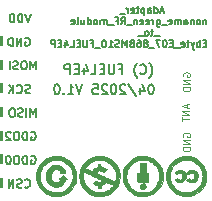
<source format=gbr>
%TF.GenerationSoftware,KiCad,Pcbnew,8.0.9-8.0.9-0~ubuntu22.04.1*%
%TF.CreationDate,2025-04-18T16:48:51+02:00*%
%TF.ProjectId,Adapter_noname_green_RF_module_to_Ebyte_E07_868MS10_FUEL4EP,41646170-7465-4725-9f6e-6f6e616d655f,1.0*%
%TF.SameCoordinates,Original*%
%TF.FileFunction,Legend,Bot*%
%TF.FilePolarity,Positive*%
%FSLAX46Y46*%
G04 Gerber Fmt 4.6, Leading zero omitted, Abs format (unit mm)*
G04 Created by KiCad (PCBNEW 8.0.9-8.0.9-0~ubuntu22.04.1) date 2025-04-18 16:48:51*
%MOMM*%
%LPD*%
G01*
G04 APERTURE LIST*
G04 Aperture macros list*
%AMRoundRect*
0 Rectangle with rounded corners*
0 $1 Rounding radius*
0 $2 $3 $4 $5 $6 $7 $8 $9 X,Y pos of 4 corners*
0 Add a 4 corners polygon primitive as box body*
4,1,4,$2,$3,$4,$5,$6,$7,$8,$9,$2,$3,0*
0 Add four circle primitives for the rounded corners*
1,1,$1+$1,$2,$3*
1,1,$1+$1,$4,$5*
1,1,$1+$1,$6,$7*
1,1,$1+$1,$8,$9*
0 Add four rect primitives between the rounded corners*
20,1,$1+$1,$2,$3,$4,$5,0*
20,1,$1+$1,$4,$5,$6,$7,0*
20,1,$1+$1,$6,$7,$8,$9,0*
20,1,$1+$1,$8,$9,$2,$3,0*%
G04 Aperture macros list end*
%ADD10C,0.152400*%
%ADD11C,0.125000*%
%ADD12C,0.150000*%
%ADD13C,0.010000*%
%ADD14R,1.400000X1.400000*%
%ADD15RoundRect,0.300000X-0.400000X-0.400000X0.400000X-0.400000X0.400000X0.400000X-0.400000X0.400000X0*%
%ADD16R,1.600000X1.600000*%
G04 APERTURE END LIST*
D10*
X3366403Y13760258D02*
X3433070Y13793591D01*
X3433070Y13793591D02*
X3533070Y13793591D01*
X3533070Y13793591D02*
X3633070Y13760258D01*
X3633070Y13760258D02*
X3699737Y13693591D01*
X3699737Y13693591D02*
X3733070Y13626925D01*
X3733070Y13626925D02*
X3766403Y13493591D01*
X3766403Y13493591D02*
X3766403Y13393591D01*
X3766403Y13393591D02*
X3733070Y13260258D01*
X3733070Y13260258D02*
X3699737Y13193591D01*
X3699737Y13193591D02*
X3633070Y13126925D01*
X3633070Y13126925D02*
X3533070Y13093591D01*
X3533070Y13093591D02*
X3466403Y13093591D01*
X3466403Y13093591D02*
X3366403Y13126925D01*
X3366403Y13126925D02*
X3333070Y13160258D01*
X3333070Y13160258D02*
X3333070Y13393591D01*
X3333070Y13393591D02*
X3466403Y13393591D01*
X3033070Y13093591D02*
X3033070Y13793591D01*
X3033070Y13793591D02*
X2633070Y13093591D01*
X2633070Y13093591D02*
X2633070Y13793591D01*
X2299737Y13093591D02*
X2299737Y13793591D01*
X2299737Y13793591D02*
X2133070Y13793591D01*
X2133070Y13793591D02*
X2033070Y13760258D01*
X2033070Y13760258D02*
X1966404Y13693591D01*
X1966404Y13693591D02*
X1933070Y13626925D01*
X1933070Y13626925D02*
X1899737Y13493591D01*
X1899737Y13493591D02*
X1899737Y13393591D01*
X1899737Y13393591D02*
X1933070Y13260258D01*
X1933070Y13260258D02*
X1966404Y13193591D01*
X1966404Y13193591D02*
X2033070Y13126925D01*
X2033070Y13126925D02*
X2133070Y13093591D01*
X2133070Y13093591D02*
X2299737Y13093591D01*
X3333070Y1160258D02*
X3366403Y1126925D01*
X3366403Y1126925D02*
X3466403Y1093591D01*
X3466403Y1093591D02*
X3533070Y1093591D01*
X3533070Y1093591D02*
X3633070Y1126925D01*
X3633070Y1126925D02*
X3699737Y1193591D01*
X3699737Y1193591D02*
X3733070Y1260258D01*
X3733070Y1260258D02*
X3766403Y1393591D01*
X3766403Y1393591D02*
X3766403Y1493591D01*
X3766403Y1493591D02*
X3733070Y1626925D01*
X3733070Y1626925D02*
X3699737Y1693591D01*
X3699737Y1693591D02*
X3633070Y1760258D01*
X3633070Y1760258D02*
X3533070Y1793591D01*
X3533070Y1793591D02*
X3466403Y1793591D01*
X3466403Y1793591D02*
X3366403Y1760258D01*
X3366403Y1760258D02*
X3333070Y1726925D01*
X3066403Y1126925D02*
X2966403Y1093591D01*
X2966403Y1093591D02*
X2799737Y1093591D01*
X2799737Y1093591D02*
X2733070Y1126925D01*
X2733070Y1126925D02*
X2699737Y1160258D01*
X2699737Y1160258D02*
X2666403Y1226925D01*
X2666403Y1226925D02*
X2666403Y1293591D01*
X2666403Y1293591D02*
X2699737Y1360258D01*
X2699737Y1360258D02*
X2733070Y1393591D01*
X2733070Y1393591D02*
X2799737Y1426925D01*
X2799737Y1426925D02*
X2933070Y1460258D01*
X2933070Y1460258D02*
X2999737Y1493591D01*
X2999737Y1493591D02*
X3033070Y1526925D01*
X3033070Y1526925D02*
X3066403Y1593591D01*
X3066403Y1593591D02*
X3066403Y1660258D01*
X3066403Y1660258D02*
X3033070Y1726925D01*
X3033070Y1726925D02*
X2999737Y1760258D01*
X2999737Y1760258D02*
X2933070Y1793591D01*
X2933070Y1793591D02*
X2766403Y1793591D01*
X2766403Y1793591D02*
X2666403Y1760258D01*
X2366403Y1093591D02*
X2366403Y1793591D01*
X2366403Y1793591D02*
X1966403Y1093591D01*
X1966403Y1093591D02*
X1966403Y1793591D01*
X3866403Y3760258D02*
X3933070Y3793591D01*
X3933070Y3793591D02*
X4033070Y3793591D01*
X4033070Y3793591D02*
X4133070Y3760258D01*
X4133070Y3760258D02*
X4199737Y3693591D01*
X4199737Y3693591D02*
X4233070Y3626925D01*
X4233070Y3626925D02*
X4266403Y3493591D01*
X4266403Y3493591D02*
X4266403Y3393591D01*
X4266403Y3393591D02*
X4233070Y3260258D01*
X4233070Y3260258D02*
X4199737Y3193591D01*
X4199737Y3193591D02*
X4133070Y3126925D01*
X4133070Y3126925D02*
X4033070Y3093591D01*
X4033070Y3093591D02*
X3966403Y3093591D01*
X3966403Y3093591D02*
X3866403Y3126925D01*
X3866403Y3126925D02*
X3833070Y3160258D01*
X3833070Y3160258D02*
X3833070Y3393591D01*
X3833070Y3393591D02*
X3966403Y3393591D01*
X3533070Y3093591D02*
X3533070Y3793591D01*
X3533070Y3793591D02*
X3366403Y3793591D01*
X3366403Y3793591D02*
X3266403Y3760258D01*
X3266403Y3760258D02*
X3199737Y3693591D01*
X3199737Y3693591D02*
X3166403Y3626925D01*
X3166403Y3626925D02*
X3133070Y3493591D01*
X3133070Y3493591D02*
X3133070Y3393591D01*
X3133070Y3393591D02*
X3166403Y3260258D01*
X3166403Y3260258D02*
X3199737Y3193591D01*
X3199737Y3193591D02*
X3266403Y3126925D01*
X3266403Y3126925D02*
X3366403Y3093591D01*
X3366403Y3093591D02*
X3533070Y3093591D01*
X2699737Y3793591D02*
X2566403Y3793591D01*
X2566403Y3793591D02*
X2499737Y3760258D01*
X2499737Y3760258D02*
X2433070Y3693591D01*
X2433070Y3693591D02*
X2399737Y3560258D01*
X2399737Y3560258D02*
X2399737Y3326925D01*
X2399737Y3326925D02*
X2433070Y3193591D01*
X2433070Y3193591D02*
X2499737Y3126925D01*
X2499737Y3126925D02*
X2566403Y3093591D01*
X2566403Y3093591D02*
X2699737Y3093591D01*
X2699737Y3093591D02*
X2766403Y3126925D01*
X2766403Y3126925D02*
X2833070Y3193591D01*
X2833070Y3193591D02*
X2866403Y3326925D01*
X2866403Y3326925D02*
X2866403Y3560258D01*
X2866403Y3560258D02*
X2833070Y3693591D01*
X2833070Y3693591D02*
X2766403Y3760258D01*
X2766403Y3760258D02*
X2699737Y3793591D01*
X1966404Y3793591D02*
X1899737Y3793591D01*
X1899737Y3793591D02*
X1833070Y3760258D01*
X1833070Y3760258D02*
X1799737Y3726925D01*
X1799737Y3726925D02*
X1766404Y3660258D01*
X1766404Y3660258D02*
X1733070Y3526925D01*
X1733070Y3526925D02*
X1733070Y3360258D01*
X1733070Y3360258D02*
X1766404Y3226925D01*
X1766404Y3226925D02*
X1799737Y3160258D01*
X1799737Y3160258D02*
X1833070Y3126925D01*
X1833070Y3126925D02*
X1899737Y3093591D01*
X1899737Y3093591D02*
X1966404Y3093591D01*
X1966404Y3093591D02*
X2033070Y3126925D01*
X2033070Y3126925D02*
X2066404Y3160258D01*
X2066404Y3160258D02*
X2099737Y3226925D01*
X2099737Y3226925D02*
X2133070Y3360258D01*
X2133070Y3360258D02*
X2133070Y3526925D01*
X2133070Y3526925D02*
X2099737Y3660258D01*
X2099737Y3660258D02*
X2066404Y3726925D01*
X2066404Y3726925D02*
X2033070Y3760258D01*
X2033070Y3760258D02*
X1966404Y3793591D01*
X3833070Y15793591D02*
X3599737Y15093591D01*
X3599737Y15093591D02*
X3366403Y15793591D01*
X3133070Y15093591D02*
X3133070Y15793591D01*
X3133070Y15793591D02*
X2966403Y15793591D01*
X2966403Y15793591D02*
X2866403Y15760258D01*
X2866403Y15760258D02*
X2799737Y15693591D01*
X2799737Y15693591D02*
X2766403Y15626925D01*
X2766403Y15626925D02*
X2733070Y15493591D01*
X2733070Y15493591D02*
X2733070Y15393591D01*
X2733070Y15393591D02*
X2766403Y15260258D01*
X2766403Y15260258D02*
X2799737Y15193591D01*
X2799737Y15193591D02*
X2866403Y15126925D01*
X2866403Y15126925D02*
X2966403Y15093591D01*
X2966403Y15093591D02*
X3133070Y15093591D01*
X2433070Y15093591D02*
X2433070Y15793591D01*
X2433070Y15793591D02*
X2266403Y15793591D01*
X2266403Y15793591D02*
X2166403Y15760258D01*
X2166403Y15760258D02*
X2099737Y15693591D01*
X2099737Y15693591D02*
X2066403Y15626925D01*
X2066403Y15626925D02*
X2033070Y15493591D01*
X2033070Y15493591D02*
X2033070Y15393591D01*
X2033070Y15393591D02*
X2066403Y15260258D01*
X2066403Y15260258D02*
X2099737Y15193591D01*
X2099737Y15193591D02*
X2166403Y15126925D01*
X2166403Y15126925D02*
X2266403Y15093591D01*
X2266403Y15093591D02*
X2433070Y15093591D01*
X3866403Y5760258D02*
X3933070Y5793591D01*
X3933070Y5793591D02*
X4033070Y5793591D01*
X4033070Y5793591D02*
X4133070Y5760258D01*
X4133070Y5760258D02*
X4199737Y5693591D01*
X4199737Y5693591D02*
X4233070Y5626925D01*
X4233070Y5626925D02*
X4266403Y5493591D01*
X4266403Y5493591D02*
X4266403Y5393591D01*
X4266403Y5393591D02*
X4233070Y5260258D01*
X4233070Y5260258D02*
X4199737Y5193591D01*
X4199737Y5193591D02*
X4133070Y5126925D01*
X4133070Y5126925D02*
X4033070Y5093591D01*
X4033070Y5093591D02*
X3966403Y5093591D01*
X3966403Y5093591D02*
X3866403Y5126925D01*
X3866403Y5126925D02*
X3833070Y5160258D01*
X3833070Y5160258D02*
X3833070Y5393591D01*
X3833070Y5393591D02*
X3966403Y5393591D01*
X3533070Y5093591D02*
X3533070Y5793591D01*
X3533070Y5793591D02*
X3366403Y5793591D01*
X3366403Y5793591D02*
X3266403Y5760258D01*
X3266403Y5760258D02*
X3199737Y5693591D01*
X3199737Y5693591D02*
X3166403Y5626925D01*
X3166403Y5626925D02*
X3133070Y5493591D01*
X3133070Y5493591D02*
X3133070Y5393591D01*
X3133070Y5393591D02*
X3166403Y5260258D01*
X3166403Y5260258D02*
X3199737Y5193591D01*
X3199737Y5193591D02*
X3266403Y5126925D01*
X3266403Y5126925D02*
X3366403Y5093591D01*
X3366403Y5093591D02*
X3533070Y5093591D01*
X2699737Y5793591D02*
X2566403Y5793591D01*
X2566403Y5793591D02*
X2499737Y5760258D01*
X2499737Y5760258D02*
X2433070Y5693591D01*
X2433070Y5693591D02*
X2399737Y5560258D01*
X2399737Y5560258D02*
X2399737Y5326925D01*
X2399737Y5326925D02*
X2433070Y5193591D01*
X2433070Y5193591D02*
X2499737Y5126925D01*
X2499737Y5126925D02*
X2566403Y5093591D01*
X2566403Y5093591D02*
X2699737Y5093591D01*
X2699737Y5093591D02*
X2766403Y5126925D01*
X2766403Y5126925D02*
X2833070Y5193591D01*
X2833070Y5193591D02*
X2866403Y5326925D01*
X2866403Y5326925D02*
X2866403Y5560258D01*
X2866403Y5560258D02*
X2833070Y5693591D01*
X2833070Y5693591D02*
X2766403Y5760258D01*
X2766403Y5760258D02*
X2699737Y5793591D01*
X2133070Y5726925D02*
X2099737Y5760258D01*
X2099737Y5760258D02*
X2033070Y5793591D01*
X2033070Y5793591D02*
X1866404Y5793591D01*
X1866404Y5793591D02*
X1799737Y5760258D01*
X1799737Y5760258D02*
X1766404Y5726925D01*
X1766404Y5726925D02*
X1733070Y5660258D01*
X1733070Y5660258D02*
X1733070Y5593591D01*
X1733070Y5593591D02*
X1766404Y5493591D01*
X1766404Y5493591D02*
X2166404Y5093591D01*
X2166404Y5093591D02*
X1733070Y5093591D01*
D11*
X17099642Y8135714D02*
X17099642Y7850000D01*
X17271071Y8192857D02*
X16671071Y7992857D01*
X16671071Y7992857D02*
X17271071Y7792857D01*
X17271071Y7592856D02*
X16671071Y7592856D01*
X16671071Y7592856D02*
X17271071Y7249999D01*
X17271071Y7249999D02*
X16671071Y7249999D01*
X16671071Y7050000D02*
X16671071Y6707143D01*
X17271071Y6878571D02*
X16671071Y6878571D01*
D10*
X3766403Y9126925D02*
X3666403Y9093591D01*
X3666403Y9093591D02*
X3499737Y9093591D01*
X3499737Y9093591D02*
X3433070Y9126925D01*
X3433070Y9126925D02*
X3399737Y9160258D01*
X3399737Y9160258D02*
X3366403Y9226925D01*
X3366403Y9226925D02*
X3366403Y9293591D01*
X3366403Y9293591D02*
X3399737Y9360258D01*
X3399737Y9360258D02*
X3433070Y9393591D01*
X3433070Y9393591D02*
X3499737Y9426925D01*
X3499737Y9426925D02*
X3633070Y9460258D01*
X3633070Y9460258D02*
X3699737Y9493591D01*
X3699737Y9493591D02*
X3733070Y9526925D01*
X3733070Y9526925D02*
X3766403Y9593591D01*
X3766403Y9593591D02*
X3766403Y9660258D01*
X3766403Y9660258D02*
X3733070Y9726925D01*
X3733070Y9726925D02*
X3699737Y9760258D01*
X3699737Y9760258D02*
X3633070Y9793591D01*
X3633070Y9793591D02*
X3466403Y9793591D01*
X3466403Y9793591D02*
X3366403Y9760258D01*
X2666403Y9160258D02*
X2699736Y9126925D01*
X2699736Y9126925D02*
X2799736Y9093591D01*
X2799736Y9093591D02*
X2866403Y9093591D01*
X2866403Y9093591D02*
X2966403Y9126925D01*
X2966403Y9126925D02*
X3033070Y9193591D01*
X3033070Y9193591D02*
X3066403Y9260258D01*
X3066403Y9260258D02*
X3099736Y9393591D01*
X3099736Y9393591D02*
X3099736Y9493591D01*
X3099736Y9493591D02*
X3066403Y9626925D01*
X3066403Y9626925D02*
X3033070Y9693591D01*
X3033070Y9693591D02*
X2966403Y9760258D01*
X2966403Y9760258D02*
X2866403Y9793591D01*
X2866403Y9793591D02*
X2799736Y9793591D01*
X2799736Y9793591D02*
X2699736Y9760258D01*
X2699736Y9760258D02*
X2666403Y9726925D01*
X2366403Y9093591D02*
X2366403Y9793591D01*
X1966403Y9093591D02*
X2266403Y9493591D01*
X1966403Y9793591D02*
X2366403Y9393591D01*
X4257070Y11093591D02*
X4257070Y11793591D01*
X4257070Y11793591D02*
X4023737Y11293591D01*
X4023737Y11293591D02*
X3790403Y11793591D01*
X3790403Y11793591D02*
X3790403Y11093591D01*
X3323737Y11793591D02*
X3190403Y11793591D01*
X3190403Y11793591D02*
X3123737Y11760258D01*
X3123737Y11760258D02*
X3057070Y11693591D01*
X3057070Y11693591D02*
X3023737Y11560258D01*
X3023737Y11560258D02*
X3023737Y11326925D01*
X3023737Y11326925D02*
X3057070Y11193591D01*
X3057070Y11193591D02*
X3123737Y11126925D01*
X3123737Y11126925D02*
X3190403Y11093591D01*
X3190403Y11093591D02*
X3323737Y11093591D01*
X3323737Y11093591D02*
X3390403Y11126925D01*
X3390403Y11126925D02*
X3457070Y11193591D01*
X3457070Y11193591D02*
X3490403Y11326925D01*
X3490403Y11326925D02*
X3490403Y11560258D01*
X3490403Y11560258D02*
X3457070Y11693591D01*
X3457070Y11693591D02*
X3390403Y11760258D01*
X3390403Y11760258D02*
X3323737Y11793591D01*
X2757070Y11126925D02*
X2657070Y11093591D01*
X2657070Y11093591D02*
X2490404Y11093591D01*
X2490404Y11093591D02*
X2423737Y11126925D01*
X2423737Y11126925D02*
X2390404Y11160258D01*
X2390404Y11160258D02*
X2357070Y11226925D01*
X2357070Y11226925D02*
X2357070Y11293591D01*
X2357070Y11293591D02*
X2390404Y11360258D01*
X2390404Y11360258D02*
X2423737Y11393591D01*
X2423737Y11393591D02*
X2490404Y11426925D01*
X2490404Y11426925D02*
X2623737Y11460258D01*
X2623737Y11460258D02*
X2690404Y11493591D01*
X2690404Y11493591D02*
X2723737Y11526925D01*
X2723737Y11526925D02*
X2757070Y11593591D01*
X2757070Y11593591D02*
X2757070Y11660258D01*
X2757070Y11660258D02*
X2723737Y11726925D01*
X2723737Y11726925D02*
X2690404Y11760258D01*
X2690404Y11760258D02*
X2623737Y11793591D01*
X2623737Y11793591D02*
X2457070Y11793591D01*
X2457070Y11793591D02*
X2357070Y11760258D01*
X2057070Y11093591D02*
X2057070Y11793591D01*
D11*
X16749642Y5407142D02*
X16721071Y5464285D01*
X16721071Y5464285D02*
X16721071Y5549999D01*
X16721071Y5549999D02*
X16749642Y5635713D01*
X16749642Y5635713D02*
X16806785Y5692856D01*
X16806785Y5692856D02*
X16863928Y5721427D01*
X16863928Y5721427D02*
X16978214Y5749999D01*
X16978214Y5749999D02*
X17063928Y5749999D01*
X17063928Y5749999D02*
X17178214Y5721427D01*
X17178214Y5721427D02*
X17235357Y5692856D01*
X17235357Y5692856D02*
X17292500Y5635713D01*
X17292500Y5635713D02*
X17321071Y5549999D01*
X17321071Y5549999D02*
X17321071Y5492856D01*
X17321071Y5492856D02*
X17292500Y5407142D01*
X17292500Y5407142D02*
X17263928Y5378570D01*
X17263928Y5378570D02*
X17063928Y5378570D01*
X17063928Y5378570D02*
X17063928Y5492856D01*
X17321071Y5121427D02*
X16721071Y5121427D01*
X16721071Y5121427D02*
X17321071Y4778570D01*
X17321071Y4778570D02*
X16721071Y4778570D01*
X17321071Y4492856D02*
X16721071Y4492856D01*
X16721071Y4492856D02*
X16721071Y4349999D01*
X16721071Y4349999D02*
X16749642Y4264285D01*
X16749642Y4264285D02*
X16806785Y4207142D01*
X16806785Y4207142D02*
X16863928Y4178571D01*
X16863928Y4178571D02*
X16978214Y4149999D01*
X16978214Y4149999D02*
X17063928Y4149999D01*
X17063928Y4149999D02*
X17178214Y4178571D01*
X17178214Y4178571D02*
X17235357Y4207142D01*
X17235357Y4207142D02*
X17292500Y4264285D01*
X17292500Y4264285D02*
X17321071Y4349999D01*
X17321071Y4349999D02*
X17321071Y4492856D01*
D10*
X13873984Y10397758D02*
X13912689Y10436462D01*
X13912689Y10436462D02*
X13990098Y10552577D01*
X13990098Y10552577D02*
X14028803Y10629986D01*
X14028803Y10629986D02*
X14067508Y10746101D01*
X14067508Y10746101D02*
X14106213Y10939624D01*
X14106213Y10939624D02*
X14106213Y11094443D01*
X14106213Y11094443D02*
X14067508Y11287967D01*
X14067508Y11287967D02*
X14028803Y11404081D01*
X14028803Y11404081D02*
X13990098Y11481491D01*
X13990098Y11481491D02*
X13912689Y11597605D01*
X13912689Y11597605D02*
X13873984Y11636310D01*
X13099889Y10784805D02*
X13138593Y10746101D01*
X13138593Y10746101D02*
X13254708Y10707396D01*
X13254708Y10707396D02*
X13332117Y10707396D01*
X13332117Y10707396D02*
X13448231Y10746101D01*
X13448231Y10746101D02*
X13525641Y10823510D01*
X13525641Y10823510D02*
X13564346Y10900920D01*
X13564346Y10900920D02*
X13603050Y11055739D01*
X13603050Y11055739D02*
X13603050Y11171853D01*
X13603050Y11171853D02*
X13564346Y11326672D01*
X13564346Y11326672D02*
X13525641Y11404081D01*
X13525641Y11404081D02*
X13448231Y11481491D01*
X13448231Y11481491D02*
X13332117Y11520196D01*
X13332117Y11520196D02*
X13254708Y11520196D01*
X13254708Y11520196D02*
X13138593Y11481491D01*
X13138593Y11481491D02*
X13099889Y11442786D01*
X12828955Y10397758D02*
X12790250Y10436462D01*
X12790250Y10436462D02*
X12712841Y10552577D01*
X12712841Y10552577D02*
X12674136Y10629986D01*
X12674136Y10629986D02*
X12635431Y10746101D01*
X12635431Y10746101D02*
X12596727Y10939624D01*
X12596727Y10939624D02*
X12596727Y11094443D01*
X12596727Y11094443D02*
X12635431Y11287967D01*
X12635431Y11287967D02*
X12674136Y11404081D01*
X12674136Y11404081D02*
X12712841Y11481491D01*
X12712841Y11481491D02*
X12790250Y11597605D01*
X12790250Y11597605D02*
X12828955Y11636310D01*
X11319469Y11133148D02*
X11590403Y11133148D01*
X11590403Y10707396D02*
X11590403Y11520196D01*
X11590403Y11520196D02*
X11203355Y11520196D01*
X10893717Y11520196D02*
X10893717Y10862215D01*
X10893717Y10862215D02*
X10855012Y10784805D01*
X10855012Y10784805D02*
X10816307Y10746101D01*
X10816307Y10746101D02*
X10738898Y10707396D01*
X10738898Y10707396D02*
X10584079Y10707396D01*
X10584079Y10707396D02*
X10506669Y10746101D01*
X10506669Y10746101D02*
X10467964Y10784805D01*
X10467964Y10784805D02*
X10429260Y10862215D01*
X10429260Y10862215D02*
X10429260Y11520196D01*
X10042212Y11133148D02*
X9771278Y11133148D01*
X9655164Y10707396D02*
X10042212Y10707396D01*
X10042212Y10707396D02*
X10042212Y11520196D01*
X10042212Y11520196D02*
X9655164Y11520196D01*
X8919774Y10707396D02*
X9306822Y10707396D01*
X9306822Y10707396D02*
X9306822Y11520196D01*
X8300498Y11249262D02*
X8300498Y10707396D01*
X8494022Y11558901D02*
X8687545Y10978329D01*
X8687545Y10978329D02*
X8184384Y10978329D01*
X7874746Y11133148D02*
X7603812Y11133148D01*
X7487698Y10707396D02*
X7874746Y10707396D01*
X7874746Y10707396D02*
X7874746Y11520196D01*
X7874746Y11520196D02*
X7487698Y11520196D01*
X7139356Y10707396D02*
X7139356Y11520196D01*
X7139356Y11520196D02*
X6829718Y11520196D01*
X6829718Y11520196D02*
X6752308Y11481491D01*
X6752308Y11481491D02*
X6713603Y11442786D01*
X6713603Y11442786D02*
X6674899Y11365377D01*
X6674899Y11365377D02*
X6674899Y11249262D01*
X6674899Y11249262D02*
X6713603Y11171853D01*
X6713603Y11171853D02*
X6752308Y11133148D01*
X6752308Y11133148D02*
X6829718Y11094443D01*
X6829718Y11094443D02*
X7139356Y11094443D01*
X4257070Y7093591D02*
X4257070Y7793591D01*
X4257070Y7793591D02*
X4023737Y7293591D01*
X4023737Y7293591D02*
X3790403Y7793591D01*
X3790403Y7793591D02*
X3790403Y7093591D01*
X3457070Y7093591D02*
X3457070Y7793591D01*
X3157070Y7126925D02*
X3057070Y7093591D01*
X3057070Y7093591D02*
X2890404Y7093591D01*
X2890404Y7093591D02*
X2823737Y7126925D01*
X2823737Y7126925D02*
X2790404Y7160258D01*
X2790404Y7160258D02*
X2757070Y7226925D01*
X2757070Y7226925D02*
X2757070Y7293591D01*
X2757070Y7293591D02*
X2790404Y7360258D01*
X2790404Y7360258D02*
X2823737Y7393591D01*
X2823737Y7393591D02*
X2890404Y7426925D01*
X2890404Y7426925D02*
X3023737Y7460258D01*
X3023737Y7460258D02*
X3090404Y7493591D01*
X3090404Y7493591D02*
X3123737Y7526925D01*
X3123737Y7526925D02*
X3157070Y7593591D01*
X3157070Y7593591D02*
X3157070Y7660258D01*
X3157070Y7660258D02*
X3123737Y7726925D01*
X3123737Y7726925D02*
X3090404Y7760258D01*
X3090404Y7760258D02*
X3023737Y7793591D01*
X3023737Y7793591D02*
X2857070Y7793591D01*
X2857070Y7793591D02*
X2757070Y7760258D01*
X2323737Y7793591D02*
X2190403Y7793591D01*
X2190403Y7793591D02*
X2123737Y7760258D01*
X2123737Y7760258D02*
X2057070Y7693591D01*
X2057070Y7693591D02*
X2023737Y7560258D01*
X2023737Y7560258D02*
X2023737Y7326925D01*
X2023737Y7326925D02*
X2057070Y7193591D01*
X2057070Y7193591D02*
X2123737Y7126925D01*
X2123737Y7126925D02*
X2190403Y7093591D01*
X2190403Y7093591D02*
X2323737Y7093591D01*
X2323737Y7093591D02*
X2390403Y7126925D01*
X2390403Y7126925D02*
X2457070Y7193591D01*
X2457070Y7193591D02*
X2490403Y7326925D01*
X2490403Y7326925D02*
X2490403Y7560258D01*
X2490403Y7560258D02*
X2457070Y7693591D01*
X2457070Y7693591D02*
X2390403Y7760258D01*
X2390403Y7760258D02*
X2323737Y7793591D01*
X14051394Y9820196D02*
X13973984Y9820196D01*
X13973984Y9820196D02*
X13896575Y9781491D01*
X13896575Y9781491D02*
X13857870Y9742786D01*
X13857870Y9742786D02*
X13819165Y9665377D01*
X13819165Y9665377D02*
X13780460Y9510558D01*
X13780460Y9510558D02*
X13780460Y9317034D01*
X13780460Y9317034D02*
X13819165Y9162215D01*
X13819165Y9162215D02*
X13857870Y9084805D01*
X13857870Y9084805D02*
X13896575Y9046101D01*
X13896575Y9046101D02*
X13973984Y9007396D01*
X13973984Y9007396D02*
X14051394Y9007396D01*
X14051394Y9007396D02*
X14128803Y9046101D01*
X14128803Y9046101D02*
X14167508Y9084805D01*
X14167508Y9084805D02*
X14206213Y9162215D01*
X14206213Y9162215D02*
X14244917Y9317034D01*
X14244917Y9317034D02*
X14244917Y9510558D01*
X14244917Y9510558D02*
X14206213Y9665377D01*
X14206213Y9665377D02*
X14167508Y9742786D01*
X14167508Y9742786D02*
X14128803Y9781491D01*
X14128803Y9781491D02*
X14051394Y9820196D01*
X13083775Y9549262D02*
X13083775Y9007396D01*
X13277299Y9858901D02*
X13470822Y9278329D01*
X13470822Y9278329D02*
X12967661Y9278329D01*
X12077451Y9858901D02*
X12774137Y8813872D01*
X11845222Y9742786D02*
X11806518Y9781491D01*
X11806518Y9781491D02*
X11729108Y9820196D01*
X11729108Y9820196D02*
X11535584Y9820196D01*
X11535584Y9820196D02*
X11458175Y9781491D01*
X11458175Y9781491D02*
X11419470Y9742786D01*
X11419470Y9742786D02*
X11380765Y9665377D01*
X11380765Y9665377D02*
X11380765Y9587967D01*
X11380765Y9587967D02*
X11419470Y9471853D01*
X11419470Y9471853D02*
X11883927Y9007396D01*
X11883927Y9007396D02*
X11380765Y9007396D01*
X10877604Y9820196D02*
X10800194Y9820196D01*
X10800194Y9820196D02*
X10722785Y9781491D01*
X10722785Y9781491D02*
X10684080Y9742786D01*
X10684080Y9742786D02*
X10645375Y9665377D01*
X10645375Y9665377D02*
X10606670Y9510558D01*
X10606670Y9510558D02*
X10606670Y9317034D01*
X10606670Y9317034D02*
X10645375Y9162215D01*
X10645375Y9162215D02*
X10684080Y9084805D01*
X10684080Y9084805D02*
X10722785Y9046101D01*
X10722785Y9046101D02*
X10800194Y9007396D01*
X10800194Y9007396D02*
X10877604Y9007396D01*
X10877604Y9007396D02*
X10955013Y9046101D01*
X10955013Y9046101D02*
X10993718Y9084805D01*
X10993718Y9084805D02*
X11032423Y9162215D01*
X11032423Y9162215D02*
X11071127Y9317034D01*
X11071127Y9317034D02*
X11071127Y9510558D01*
X11071127Y9510558D02*
X11032423Y9665377D01*
X11032423Y9665377D02*
X10993718Y9742786D01*
X10993718Y9742786D02*
X10955013Y9781491D01*
X10955013Y9781491D02*
X10877604Y9820196D01*
X10297032Y9742786D02*
X10258328Y9781491D01*
X10258328Y9781491D02*
X10180918Y9820196D01*
X10180918Y9820196D02*
X9987394Y9820196D01*
X9987394Y9820196D02*
X9909985Y9781491D01*
X9909985Y9781491D02*
X9871280Y9742786D01*
X9871280Y9742786D02*
X9832575Y9665377D01*
X9832575Y9665377D02*
X9832575Y9587967D01*
X9832575Y9587967D02*
X9871280Y9471853D01*
X9871280Y9471853D02*
X10335737Y9007396D01*
X10335737Y9007396D02*
X9832575Y9007396D01*
X9097185Y9820196D02*
X9484233Y9820196D01*
X9484233Y9820196D02*
X9522937Y9433148D01*
X9522937Y9433148D02*
X9484233Y9471853D01*
X9484233Y9471853D02*
X9406823Y9510558D01*
X9406823Y9510558D02*
X9213299Y9510558D01*
X9213299Y9510558D02*
X9135890Y9471853D01*
X9135890Y9471853D02*
X9097185Y9433148D01*
X9097185Y9433148D02*
X9058480Y9355739D01*
X9058480Y9355739D02*
X9058480Y9162215D01*
X9058480Y9162215D02*
X9097185Y9084805D01*
X9097185Y9084805D02*
X9135890Y9046101D01*
X9135890Y9046101D02*
X9213299Y9007396D01*
X9213299Y9007396D02*
X9406823Y9007396D01*
X9406823Y9007396D02*
X9484233Y9046101D01*
X9484233Y9046101D02*
X9522937Y9084805D01*
X8206976Y9820196D02*
X7936043Y9007396D01*
X7936043Y9007396D02*
X7665109Y9820196D01*
X6968423Y9007396D02*
X7432880Y9007396D01*
X7200652Y9007396D02*
X7200652Y9820196D01*
X7200652Y9820196D02*
X7278061Y9704081D01*
X7278061Y9704081D02*
X7355471Y9626672D01*
X7355471Y9626672D02*
X7432880Y9587967D01*
X6620081Y9084805D02*
X6581376Y9046101D01*
X6581376Y9046101D02*
X6620081Y9007396D01*
X6620081Y9007396D02*
X6658785Y9046101D01*
X6658785Y9046101D02*
X6620081Y9084805D01*
X6620081Y9084805D02*
X6620081Y9007396D01*
X6078214Y9820196D02*
X6000804Y9820196D01*
X6000804Y9820196D02*
X5923395Y9781491D01*
X5923395Y9781491D02*
X5884690Y9742786D01*
X5884690Y9742786D02*
X5845985Y9665377D01*
X5845985Y9665377D02*
X5807280Y9510558D01*
X5807280Y9510558D02*
X5807280Y9317034D01*
X5807280Y9317034D02*
X5845985Y9162215D01*
X5845985Y9162215D02*
X5884690Y9084805D01*
X5884690Y9084805D02*
X5923395Y9046101D01*
X5923395Y9046101D02*
X6000804Y9007396D01*
X6000804Y9007396D02*
X6078214Y9007396D01*
X6078214Y9007396D02*
X6155623Y9046101D01*
X6155623Y9046101D02*
X6194328Y9084805D01*
X6194328Y9084805D02*
X6233033Y9162215D01*
X6233033Y9162215D02*
X6271737Y9317034D01*
X6271737Y9317034D02*
X6271737Y9510558D01*
X6271737Y9510558D02*
X6233033Y9665377D01*
X6233033Y9665377D02*
X6194328Y9742786D01*
X6194328Y9742786D02*
X6155623Y9781491D01*
X6155623Y9781491D02*
X6078214Y9820196D01*
D11*
X16749642Y10507142D02*
X16721071Y10564285D01*
X16721071Y10564285D02*
X16721071Y10649999D01*
X16721071Y10649999D02*
X16749642Y10735713D01*
X16749642Y10735713D02*
X16806785Y10792856D01*
X16806785Y10792856D02*
X16863928Y10821427D01*
X16863928Y10821427D02*
X16978214Y10849999D01*
X16978214Y10849999D02*
X17063928Y10849999D01*
X17063928Y10849999D02*
X17178214Y10821427D01*
X17178214Y10821427D02*
X17235357Y10792856D01*
X17235357Y10792856D02*
X17292500Y10735713D01*
X17292500Y10735713D02*
X17321071Y10649999D01*
X17321071Y10649999D02*
X17321071Y10592856D01*
X17321071Y10592856D02*
X17292500Y10507142D01*
X17292500Y10507142D02*
X17263928Y10478570D01*
X17263928Y10478570D02*
X17063928Y10478570D01*
X17063928Y10478570D02*
X17063928Y10592856D01*
X17321071Y10221427D02*
X16721071Y10221427D01*
X16721071Y10221427D02*
X17321071Y9878570D01*
X17321071Y9878570D02*
X16721071Y9878570D01*
X17321071Y9592856D02*
X16721071Y9592856D01*
X16721071Y9592856D02*
X16721071Y9449999D01*
X16721071Y9449999D02*
X16749642Y9364285D01*
X16749642Y9364285D02*
X16806785Y9307142D01*
X16806785Y9307142D02*
X16863928Y9278571D01*
X16863928Y9278571D02*
X16978214Y9249999D01*
X16978214Y9249999D02*
X17063928Y9249999D01*
X17063928Y9249999D02*
X17178214Y9278571D01*
X17178214Y9278571D02*
X17235357Y9307142D01*
X17235357Y9307142D02*
X17292500Y9364285D01*
X17292500Y9364285D02*
X17321071Y9449999D01*
X17321071Y9449999D02*
X17321071Y9592856D01*
D12*
X15079886Y16050555D02*
X14794172Y16050555D01*
X15137029Y15879126D02*
X14937029Y16479126D01*
X14937029Y16479126D02*
X14737029Y15879126D01*
X14279886Y15879126D02*
X14279886Y16479126D01*
X14279886Y15907698D02*
X14337028Y15879126D01*
X14337028Y15879126D02*
X14451314Y15879126D01*
X14451314Y15879126D02*
X14508457Y15907698D01*
X14508457Y15907698D02*
X14537028Y15936269D01*
X14537028Y15936269D02*
X14565600Y15993412D01*
X14565600Y15993412D02*
X14565600Y16164840D01*
X14565600Y16164840D02*
X14537028Y16221983D01*
X14537028Y16221983D02*
X14508457Y16250555D01*
X14508457Y16250555D02*
X14451314Y16279126D01*
X14451314Y16279126D02*
X14337028Y16279126D01*
X14337028Y16279126D02*
X14279886Y16250555D01*
X13737029Y15879126D02*
X13737029Y16193412D01*
X13737029Y16193412D02*
X13765600Y16250555D01*
X13765600Y16250555D02*
X13822743Y16279126D01*
X13822743Y16279126D02*
X13937029Y16279126D01*
X13937029Y16279126D02*
X13994171Y16250555D01*
X13737029Y15907698D02*
X13794171Y15879126D01*
X13794171Y15879126D02*
X13937029Y15879126D01*
X13937029Y15879126D02*
X13994171Y15907698D01*
X13994171Y15907698D02*
X14022743Y15964840D01*
X14022743Y15964840D02*
X14022743Y16021983D01*
X14022743Y16021983D02*
X13994171Y16079126D01*
X13994171Y16079126D02*
X13937029Y16107698D01*
X13937029Y16107698D02*
X13794171Y16107698D01*
X13794171Y16107698D02*
X13737029Y16136269D01*
X13451314Y16279126D02*
X13451314Y15679126D01*
X13451314Y16250555D02*
X13394172Y16279126D01*
X13394172Y16279126D02*
X13279886Y16279126D01*
X13279886Y16279126D02*
X13222743Y16250555D01*
X13222743Y16250555D02*
X13194172Y16221983D01*
X13194172Y16221983D02*
X13165600Y16164840D01*
X13165600Y16164840D02*
X13165600Y15993412D01*
X13165600Y15993412D02*
X13194172Y15936269D01*
X13194172Y15936269D02*
X13222743Y15907698D01*
X13222743Y15907698D02*
X13279886Y15879126D01*
X13279886Y15879126D02*
X13394172Y15879126D01*
X13394172Y15879126D02*
X13451314Y15907698D01*
X12994172Y16279126D02*
X12765600Y16279126D01*
X12908457Y16479126D02*
X12908457Y15964840D01*
X12908457Y15964840D02*
X12879886Y15907698D01*
X12879886Y15907698D02*
X12822743Y15879126D01*
X12822743Y15879126D02*
X12765600Y15879126D01*
X12337029Y15907698D02*
X12394172Y15879126D01*
X12394172Y15879126D02*
X12508458Y15879126D01*
X12508458Y15879126D02*
X12565600Y15907698D01*
X12565600Y15907698D02*
X12594172Y15964840D01*
X12594172Y15964840D02*
X12594172Y16193412D01*
X12594172Y16193412D02*
X12565600Y16250555D01*
X12565600Y16250555D02*
X12508458Y16279126D01*
X12508458Y16279126D02*
X12394172Y16279126D01*
X12394172Y16279126D02*
X12337029Y16250555D01*
X12337029Y16250555D02*
X12308458Y16193412D01*
X12308458Y16193412D02*
X12308458Y16136269D01*
X12308458Y16136269D02*
X12594172Y16079126D01*
X12051314Y15879126D02*
X12051314Y16279126D01*
X12051314Y16164840D02*
X12022743Y16221983D01*
X12022743Y16221983D02*
X11994172Y16250555D01*
X11994172Y16250555D02*
X11937029Y16279126D01*
X11937029Y16279126D02*
X11879886Y16279126D01*
X11822743Y15821983D02*
X11365600Y15821983D01*
X18708458Y15313160D02*
X18708458Y14913160D01*
X18708458Y15256017D02*
X18679887Y15284589D01*
X18679887Y15284589D02*
X18622744Y15313160D01*
X18622744Y15313160D02*
X18537030Y15313160D01*
X18537030Y15313160D02*
X18479887Y15284589D01*
X18479887Y15284589D02*
X18451316Y15227446D01*
X18451316Y15227446D02*
X18451316Y14913160D01*
X18079887Y14913160D02*
X18137030Y14941732D01*
X18137030Y14941732D02*
X18165601Y14970303D01*
X18165601Y14970303D02*
X18194173Y15027446D01*
X18194173Y15027446D02*
X18194173Y15198874D01*
X18194173Y15198874D02*
X18165601Y15256017D01*
X18165601Y15256017D02*
X18137030Y15284589D01*
X18137030Y15284589D02*
X18079887Y15313160D01*
X18079887Y15313160D02*
X17994173Y15313160D01*
X17994173Y15313160D02*
X17937030Y15284589D01*
X17937030Y15284589D02*
X17908459Y15256017D01*
X17908459Y15256017D02*
X17879887Y15198874D01*
X17879887Y15198874D02*
X17879887Y15027446D01*
X17879887Y15027446D02*
X17908459Y14970303D01*
X17908459Y14970303D02*
X17937030Y14941732D01*
X17937030Y14941732D02*
X17994173Y14913160D01*
X17994173Y14913160D02*
X18079887Y14913160D01*
X17622744Y15313160D02*
X17622744Y14913160D01*
X17622744Y15256017D02*
X17594173Y15284589D01*
X17594173Y15284589D02*
X17537030Y15313160D01*
X17537030Y15313160D02*
X17451316Y15313160D01*
X17451316Y15313160D02*
X17394173Y15284589D01*
X17394173Y15284589D02*
X17365602Y15227446D01*
X17365602Y15227446D02*
X17365602Y14913160D01*
X16822745Y14913160D02*
X16822745Y15227446D01*
X16822745Y15227446D02*
X16851316Y15284589D01*
X16851316Y15284589D02*
X16908459Y15313160D01*
X16908459Y15313160D02*
X17022745Y15313160D01*
X17022745Y15313160D02*
X17079887Y15284589D01*
X16822745Y14941732D02*
X16879887Y14913160D01*
X16879887Y14913160D02*
X17022745Y14913160D01*
X17022745Y14913160D02*
X17079887Y14941732D01*
X17079887Y14941732D02*
X17108459Y14998874D01*
X17108459Y14998874D02*
X17108459Y15056017D01*
X17108459Y15056017D02*
X17079887Y15113160D01*
X17079887Y15113160D02*
X17022745Y15141732D01*
X17022745Y15141732D02*
X16879887Y15141732D01*
X16879887Y15141732D02*
X16822745Y15170303D01*
X16537030Y14913160D02*
X16537030Y15313160D01*
X16537030Y15256017D02*
X16508459Y15284589D01*
X16508459Y15284589D02*
X16451316Y15313160D01*
X16451316Y15313160D02*
X16365602Y15313160D01*
X16365602Y15313160D02*
X16308459Y15284589D01*
X16308459Y15284589D02*
X16279888Y15227446D01*
X16279888Y15227446D02*
X16279888Y14913160D01*
X16279888Y15227446D02*
X16251316Y15284589D01*
X16251316Y15284589D02*
X16194173Y15313160D01*
X16194173Y15313160D02*
X16108459Y15313160D01*
X16108459Y15313160D02*
X16051316Y15284589D01*
X16051316Y15284589D02*
X16022745Y15227446D01*
X16022745Y15227446D02*
X16022745Y14913160D01*
X15508459Y14941732D02*
X15565602Y14913160D01*
X15565602Y14913160D02*
X15679888Y14913160D01*
X15679888Y14913160D02*
X15737030Y14941732D01*
X15737030Y14941732D02*
X15765602Y14998874D01*
X15765602Y14998874D02*
X15765602Y15227446D01*
X15765602Y15227446D02*
X15737030Y15284589D01*
X15737030Y15284589D02*
X15679888Y15313160D01*
X15679888Y15313160D02*
X15565602Y15313160D01*
X15565602Y15313160D02*
X15508459Y15284589D01*
X15508459Y15284589D02*
X15479888Y15227446D01*
X15479888Y15227446D02*
X15479888Y15170303D01*
X15479888Y15170303D02*
X15765602Y15113160D01*
X15365602Y14856017D02*
X14908459Y14856017D01*
X14508459Y15313160D02*
X14508459Y14827446D01*
X14508459Y14827446D02*
X14537030Y14770303D01*
X14537030Y14770303D02*
X14565601Y14741732D01*
X14565601Y14741732D02*
X14622744Y14713160D01*
X14622744Y14713160D02*
X14708459Y14713160D01*
X14708459Y14713160D02*
X14765601Y14741732D01*
X14508459Y14941732D02*
X14565601Y14913160D01*
X14565601Y14913160D02*
X14679887Y14913160D01*
X14679887Y14913160D02*
X14737030Y14941732D01*
X14737030Y14941732D02*
X14765601Y14970303D01*
X14765601Y14970303D02*
X14794173Y15027446D01*
X14794173Y15027446D02*
X14794173Y15198874D01*
X14794173Y15198874D02*
X14765601Y15256017D01*
X14765601Y15256017D02*
X14737030Y15284589D01*
X14737030Y15284589D02*
X14679887Y15313160D01*
X14679887Y15313160D02*
X14565601Y15313160D01*
X14565601Y15313160D02*
X14508459Y15284589D01*
X14222744Y14913160D02*
X14222744Y15313160D01*
X14222744Y15198874D02*
X14194173Y15256017D01*
X14194173Y15256017D02*
X14165602Y15284589D01*
X14165602Y15284589D02*
X14108459Y15313160D01*
X14108459Y15313160D02*
X14051316Y15313160D01*
X13622744Y14941732D02*
X13679887Y14913160D01*
X13679887Y14913160D02*
X13794173Y14913160D01*
X13794173Y14913160D02*
X13851315Y14941732D01*
X13851315Y14941732D02*
X13879887Y14998874D01*
X13879887Y14998874D02*
X13879887Y15227446D01*
X13879887Y15227446D02*
X13851315Y15284589D01*
X13851315Y15284589D02*
X13794173Y15313160D01*
X13794173Y15313160D02*
X13679887Y15313160D01*
X13679887Y15313160D02*
X13622744Y15284589D01*
X13622744Y15284589D02*
X13594173Y15227446D01*
X13594173Y15227446D02*
X13594173Y15170303D01*
X13594173Y15170303D02*
X13879887Y15113160D01*
X13108458Y14941732D02*
X13165601Y14913160D01*
X13165601Y14913160D02*
X13279887Y14913160D01*
X13279887Y14913160D02*
X13337029Y14941732D01*
X13337029Y14941732D02*
X13365601Y14998874D01*
X13365601Y14998874D02*
X13365601Y15227446D01*
X13365601Y15227446D02*
X13337029Y15284589D01*
X13337029Y15284589D02*
X13279887Y15313160D01*
X13279887Y15313160D02*
X13165601Y15313160D01*
X13165601Y15313160D02*
X13108458Y15284589D01*
X13108458Y15284589D02*
X13079887Y15227446D01*
X13079887Y15227446D02*
X13079887Y15170303D01*
X13079887Y15170303D02*
X13365601Y15113160D01*
X12822743Y15313160D02*
X12822743Y14913160D01*
X12822743Y15256017D02*
X12794172Y15284589D01*
X12794172Y15284589D02*
X12737029Y15313160D01*
X12737029Y15313160D02*
X12651315Y15313160D01*
X12651315Y15313160D02*
X12594172Y15284589D01*
X12594172Y15284589D02*
X12565601Y15227446D01*
X12565601Y15227446D02*
X12565601Y14913160D01*
X12422744Y14856017D02*
X11965601Y14856017D01*
X11479886Y14913160D02*
X11679886Y15198874D01*
X11822743Y14913160D02*
X11822743Y15513160D01*
X11822743Y15513160D02*
X11594172Y15513160D01*
X11594172Y15513160D02*
X11537029Y15484589D01*
X11537029Y15484589D02*
X11508458Y15456017D01*
X11508458Y15456017D02*
X11479886Y15398874D01*
X11479886Y15398874D02*
X11479886Y15313160D01*
X11479886Y15313160D02*
X11508458Y15256017D01*
X11508458Y15256017D02*
X11537029Y15227446D01*
X11537029Y15227446D02*
X11594172Y15198874D01*
X11594172Y15198874D02*
X11822743Y15198874D01*
X11022743Y15227446D02*
X11222743Y15227446D01*
X11222743Y14913160D02*
X11222743Y15513160D01*
X11222743Y15513160D02*
X10937029Y15513160D01*
X10851315Y14856017D02*
X10394172Y14856017D01*
X10251314Y14913160D02*
X10251314Y15313160D01*
X10251314Y15256017D02*
X10222743Y15284589D01*
X10222743Y15284589D02*
X10165600Y15313160D01*
X10165600Y15313160D02*
X10079886Y15313160D01*
X10079886Y15313160D02*
X10022743Y15284589D01*
X10022743Y15284589D02*
X9994172Y15227446D01*
X9994172Y15227446D02*
X9994172Y14913160D01*
X9994172Y15227446D02*
X9965600Y15284589D01*
X9965600Y15284589D02*
X9908457Y15313160D01*
X9908457Y15313160D02*
X9822743Y15313160D01*
X9822743Y15313160D02*
X9765600Y15284589D01*
X9765600Y15284589D02*
X9737029Y15227446D01*
X9737029Y15227446D02*
X9737029Y14913160D01*
X9365600Y14913160D02*
X9422743Y14941732D01*
X9422743Y14941732D02*
X9451314Y14970303D01*
X9451314Y14970303D02*
X9479886Y15027446D01*
X9479886Y15027446D02*
X9479886Y15198874D01*
X9479886Y15198874D02*
X9451314Y15256017D01*
X9451314Y15256017D02*
X9422743Y15284589D01*
X9422743Y15284589D02*
X9365600Y15313160D01*
X9365600Y15313160D02*
X9279886Y15313160D01*
X9279886Y15313160D02*
X9222743Y15284589D01*
X9222743Y15284589D02*
X9194172Y15256017D01*
X9194172Y15256017D02*
X9165600Y15198874D01*
X9165600Y15198874D02*
X9165600Y15027446D01*
X9165600Y15027446D02*
X9194172Y14970303D01*
X9194172Y14970303D02*
X9222743Y14941732D01*
X9222743Y14941732D02*
X9279886Y14913160D01*
X9279886Y14913160D02*
X9365600Y14913160D01*
X8651315Y14913160D02*
X8651315Y15513160D01*
X8651315Y14941732D02*
X8708457Y14913160D01*
X8708457Y14913160D02*
X8822743Y14913160D01*
X8822743Y14913160D02*
X8879886Y14941732D01*
X8879886Y14941732D02*
X8908457Y14970303D01*
X8908457Y14970303D02*
X8937029Y15027446D01*
X8937029Y15027446D02*
X8937029Y15198874D01*
X8937029Y15198874D02*
X8908457Y15256017D01*
X8908457Y15256017D02*
X8879886Y15284589D01*
X8879886Y15284589D02*
X8822743Y15313160D01*
X8822743Y15313160D02*
X8708457Y15313160D01*
X8708457Y15313160D02*
X8651315Y15284589D01*
X8108458Y15313160D02*
X8108458Y14913160D01*
X8365600Y15313160D02*
X8365600Y14998874D01*
X8365600Y14998874D02*
X8337029Y14941732D01*
X8337029Y14941732D02*
X8279886Y14913160D01*
X8279886Y14913160D02*
X8194172Y14913160D01*
X8194172Y14913160D02*
X8137029Y14941732D01*
X8137029Y14941732D02*
X8108458Y14970303D01*
X7737029Y14913160D02*
X7794172Y14941732D01*
X7794172Y14941732D02*
X7822743Y14998874D01*
X7822743Y14998874D02*
X7822743Y15513160D01*
X7279886Y14941732D02*
X7337029Y14913160D01*
X7337029Y14913160D02*
X7451315Y14913160D01*
X7451315Y14913160D02*
X7508457Y14941732D01*
X7508457Y14941732D02*
X7537029Y14998874D01*
X7537029Y14998874D02*
X7537029Y15227446D01*
X7537029Y15227446D02*
X7508457Y15284589D01*
X7508457Y15284589D02*
X7451315Y15313160D01*
X7451315Y15313160D02*
X7337029Y15313160D01*
X7337029Y15313160D02*
X7279886Y15284589D01*
X7279886Y15284589D02*
X7251315Y15227446D01*
X7251315Y15227446D02*
X7251315Y15170303D01*
X7251315Y15170303D02*
X7537029Y15113160D01*
X14737029Y13890051D02*
X14279886Y13890051D01*
X14222743Y14347194D02*
X13994171Y14347194D01*
X14137028Y14547194D02*
X14137028Y14032908D01*
X14137028Y14032908D02*
X14108457Y13975766D01*
X14108457Y13975766D02*
X14051314Y13947194D01*
X14051314Y13947194D02*
X13994171Y13947194D01*
X13708457Y13947194D02*
X13765600Y13975766D01*
X13765600Y13975766D02*
X13794171Y14004337D01*
X13794171Y14004337D02*
X13822743Y14061480D01*
X13822743Y14061480D02*
X13822743Y14232908D01*
X13822743Y14232908D02*
X13794171Y14290051D01*
X13794171Y14290051D02*
X13765600Y14318623D01*
X13765600Y14318623D02*
X13708457Y14347194D01*
X13708457Y14347194D02*
X13622743Y14347194D01*
X13622743Y14347194D02*
X13565600Y14318623D01*
X13565600Y14318623D02*
X13537029Y14290051D01*
X13537029Y14290051D02*
X13508457Y14232908D01*
X13508457Y14232908D02*
X13508457Y14061480D01*
X13508457Y14061480D02*
X13537029Y14004337D01*
X13537029Y14004337D02*
X13565600Y13975766D01*
X13565600Y13975766D02*
X13622743Y13947194D01*
X13622743Y13947194D02*
X13708457Y13947194D01*
X13394172Y13890051D02*
X12937029Y13890051D01*
X18708458Y13295514D02*
X18508458Y13295514D01*
X18422744Y12981228D02*
X18708458Y12981228D01*
X18708458Y12981228D02*
X18708458Y13581228D01*
X18708458Y13581228D02*
X18422744Y13581228D01*
X18165601Y12981228D02*
X18165601Y13581228D01*
X18165601Y13352657D02*
X18108459Y13381228D01*
X18108459Y13381228D02*
X17994173Y13381228D01*
X17994173Y13381228D02*
X17937030Y13352657D01*
X17937030Y13352657D02*
X17908459Y13324085D01*
X17908459Y13324085D02*
X17879887Y13266942D01*
X17879887Y13266942D02*
X17879887Y13095514D01*
X17879887Y13095514D02*
X17908459Y13038371D01*
X17908459Y13038371D02*
X17937030Y13009800D01*
X17937030Y13009800D02*
X17994173Y12981228D01*
X17994173Y12981228D02*
X18108459Y12981228D01*
X18108459Y12981228D02*
X18165601Y13009800D01*
X17679887Y13381228D02*
X17537030Y12981228D01*
X17394173Y13381228D02*
X17537030Y12981228D01*
X17537030Y12981228D02*
X17594173Y12838371D01*
X17594173Y12838371D02*
X17622744Y12809800D01*
X17622744Y12809800D02*
X17679887Y12781228D01*
X17251316Y13381228D02*
X17022744Y13381228D01*
X17165601Y13581228D02*
X17165601Y13066942D01*
X17165601Y13066942D02*
X17137030Y13009800D01*
X17137030Y13009800D02*
X17079887Y12981228D01*
X17079887Y12981228D02*
X17022744Y12981228D01*
X16594173Y13009800D02*
X16651316Y12981228D01*
X16651316Y12981228D02*
X16765602Y12981228D01*
X16765602Y12981228D02*
X16822744Y13009800D01*
X16822744Y13009800D02*
X16851316Y13066942D01*
X16851316Y13066942D02*
X16851316Y13295514D01*
X16851316Y13295514D02*
X16822744Y13352657D01*
X16822744Y13352657D02*
X16765602Y13381228D01*
X16765602Y13381228D02*
X16651316Y13381228D01*
X16651316Y13381228D02*
X16594173Y13352657D01*
X16594173Y13352657D02*
X16565602Y13295514D01*
X16565602Y13295514D02*
X16565602Y13238371D01*
X16565602Y13238371D02*
X16851316Y13181228D01*
X16451316Y12924085D02*
X15994173Y12924085D01*
X15851315Y13295514D02*
X15651315Y13295514D01*
X15565601Y12981228D02*
X15851315Y12981228D01*
X15851315Y12981228D02*
X15851315Y13581228D01*
X15851315Y13581228D02*
X15565601Y13581228D01*
X15194173Y13581228D02*
X15137030Y13581228D01*
X15137030Y13581228D02*
X15079887Y13552657D01*
X15079887Y13552657D02*
X15051316Y13524085D01*
X15051316Y13524085D02*
X15022744Y13466942D01*
X15022744Y13466942D02*
X14994173Y13352657D01*
X14994173Y13352657D02*
X14994173Y13209800D01*
X14994173Y13209800D02*
X15022744Y13095514D01*
X15022744Y13095514D02*
X15051316Y13038371D01*
X15051316Y13038371D02*
X15079887Y13009800D01*
X15079887Y13009800D02*
X15137030Y12981228D01*
X15137030Y12981228D02*
X15194173Y12981228D01*
X15194173Y12981228D02*
X15251316Y13009800D01*
X15251316Y13009800D02*
X15279887Y13038371D01*
X15279887Y13038371D02*
X15308458Y13095514D01*
X15308458Y13095514D02*
X15337030Y13209800D01*
X15337030Y13209800D02*
X15337030Y13352657D01*
X15337030Y13352657D02*
X15308458Y13466942D01*
X15308458Y13466942D02*
X15279887Y13524085D01*
X15279887Y13524085D02*
X15251316Y13552657D01*
X15251316Y13552657D02*
X15194173Y13581228D01*
X14794172Y13581228D02*
X14394172Y13581228D01*
X14394172Y13581228D02*
X14651315Y12981228D01*
X14308458Y12924085D02*
X13851315Y12924085D01*
X13622743Y13324085D02*
X13679886Y13352657D01*
X13679886Y13352657D02*
X13708457Y13381228D01*
X13708457Y13381228D02*
X13737029Y13438371D01*
X13737029Y13438371D02*
X13737029Y13466942D01*
X13737029Y13466942D02*
X13708457Y13524085D01*
X13708457Y13524085D02*
X13679886Y13552657D01*
X13679886Y13552657D02*
X13622743Y13581228D01*
X13622743Y13581228D02*
X13508457Y13581228D01*
X13508457Y13581228D02*
X13451315Y13552657D01*
X13451315Y13552657D02*
X13422743Y13524085D01*
X13422743Y13524085D02*
X13394172Y13466942D01*
X13394172Y13466942D02*
X13394172Y13438371D01*
X13394172Y13438371D02*
X13422743Y13381228D01*
X13422743Y13381228D02*
X13451315Y13352657D01*
X13451315Y13352657D02*
X13508457Y13324085D01*
X13508457Y13324085D02*
X13622743Y13324085D01*
X13622743Y13324085D02*
X13679886Y13295514D01*
X13679886Y13295514D02*
X13708457Y13266942D01*
X13708457Y13266942D02*
X13737029Y13209800D01*
X13737029Y13209800D02*
X13737029Y13095514D01*
X13737029Y13095514D02*
X13708457Y13038371D01*
X13708457Y13038371D02*
X13679886Y13009800D01*
X13679886Y13009800D02*
X13622743Y12981228D01*
X13622743Y12981228D02*
X13508457Y12981228D01*
X13508457Y12981228D02*
X13451315Y13009800D01*
X13451315Y13009800D02*
X13422743Y13038371D01*
X13422743Y13038371D02*
X13394172Y13095514D01*
X13394172Y13095514D02*
X13394172Y13209800D01*
X13394172Y13209800D02*
X13422743Y13266942D01*
X13422743Y13266942D02*
X13451315Y13295514D01*
X13451315Y13295514D02*
X13508457Y13324085D01*
X12879886Y13581228D02*
X12994171Y13581228D01*
X12994171Y13581228D02*
X13051314Y13552657D01*
X13051314Y13552657D02*
X13079886Y13524085D01*
X13079886Y13524085D02*
X13137028Y13438371D01*
X13137028Y13438371D02*
X13165600Y13324085D01*
X13165600Y13324085D02*
X13165600Y13095514D01*
X13165600Y13095514D02*
X13137028Y13038371D01*
X13137028Y13038371D02*
X13108457Y13009800D01*
X13108457Y13009800D02*
X13051314Y12981228D01*
X13051314Y12981228D02*
X12937028Y12981228D01*
X12937028Y12981228D02*
X12879886Y13009800D01*
X12879886Y13009800D02*
X12851314Y13038371D01*
X12851314Y13038371D02*
X12822743Y13095514D01*
X12822743Y13095514D02*
X12822743Y13238371D01*
X12822743Y13238371D02*
X12851314Y13295514D01*
X12851314Y13295514D02*
X12879886Y13324085D01*
X12879886Y13324085D02*
X12937028Y13352657D01*
X12937028Y13352657D02*
X13051314Y13352657D01*
X13051314Y13352657D02*
X13108457Y13324085D01*
X13108457Y13324085D02*
X13137028Y13295514D01*
X13137028Y13295514D02*
X13165600Y13238371D01*
X12479885Y13324085D02*
X12537028Y13352657D01*
X12537028Y13352657D02*
X12565599Y13381228D01*
X12565599Y13381228D02*
X12594171Y13438371D01*
X12594171Y13438371D02*
X12594171Y13466942D01*
X12594171Y13466942D02*
X12565599Y13524085D01*
X12565599Y13524085D02*
X12537028Y13552657D01*
X12537028Y13552657D02*
X12479885Y13581228D01*
X12479885Y13581228D02*
X12365599Y13581228D01*
X12365599Y13581228D02*
X12308457Y13552657D01*
X12308457Y13552657D02*
X12279885Y13524085D01*
X12279885Y13524085D02*
X12251314Y13466942D01*
X12251314Y13466942D02*
X12251314Y13438371D01*
X12251314Y13438371D02*
X12279885Y13381228D01*
X12279885Y13381228D02*
X12308457Y13352657D01*
X12308457Y13352657D02*
X12365599Y13324085D01*
X12365599Y13324085D02*
X12479885Y13324085D01*
X12479885Y13324085D02*
X12537028Y13295514D01*
X12537028Y13295514D02*
X12565599Y13266942D01*
X12565599Y13266942D02*
X12594171Y13209800D01*
X12594171Y13209800D02*
X12594171Y13095514D01*
X12594171Y13095514D02*
X12565599Y13038371D01*
X12565599Y13038371D02*
X12537028Y13009800D01*
X12537028Y13009800D02*
X12479885Y12981228D01*
X12479885Y12981228D02*
X12365599Y12981228D01*
X12365599Y12981228D02*
X12308457Y13009800D01*
X12308457Y13009800D02*
X12279885Y13038371D01*
X12279885Y13038371D02*
X12251314Y13095514D01*
X12251314Y13095514D02*
X12251314Y13209800D01*
X12251314Y13209800D02*
X12279885Y13266942D01*
X12279885Y13266942D02*
X12308457Y13295514D01*
X12308457Y13295514D02*
X12365599Y13324085D01*
X11994170Y12981228D02*
X11994170Y13581228D01*
X11994170Y13581228D02*
X11794170Y13152657D01*
X11794170Y13152657D02*
X11594170Y13581228D01*
X11594170Y13581228D02*
X11594170Y12981228D01*
X11337028Y13009800D02*
X11251314Y12981228D01*
X11251314Y12981228D02*
X11108456Y12981228D01*
X11108456Y12981228D02*
X11051314Y13009800D01*
X11051314Y13009800D02*
X11022742Y13038371D01*
X11022742Y13038371D02*
X10994171Y13095514D01*
X10994171Y13095514D02*
X10994171Y13152657D01*
X10994171Y13152657D02*
X11022742Y13209800D01*
X11022742Y13209800D02*
X11051314Y13238371D01*
X11051314Y13238371D02*
X11108456Y13266942D01*
X11108456Y13266942D02*
X11222742Y13295514D01*
X11222742Y13295514D02*
X11279885Y13324085D01*
X11279885Y13324085D02*
X11308456Y13352657D01*
X11308456Y13352657D02*
X11337028Y13409800D01*
X11337028Y13409800D02*
X11337028Y13466942D01*
X11337028Y13466942D02*
X11308456Y13524085D01*
X11308456Y13524085D02*
X11279885Y13552657D01*
X11279885Y13552657D02*
X11222742Y13581228D01*
X11222742Y13581228D02*
X11079885Y13581228D01*
X11079885Y13581228D02*
X10994171Y13552657D01*
X10422742Y12981228D02*
X10765599Y12981228D01*
X10594170Y12981228D02*
X10594170Y13581228D01*
X10594170Y13581228D02*
X10651313Y13495514D01*
X10651313Y13495514D02*
X10708456Y13438371D01*
X10708456Y13438371D02*
X10765599Y13409800D01*
X10051313Y13581228D02*
X9994170Y13581228D01*
X9994170Y13581228D02*
X9937027Y13552657D01*
X9937027Y13552657D02*
X9908456Y13524085D01*
X9908456Y13524085D02*
X9879884Y13466942D01*
X9879884Y13466942D02*
X9851313Y13352657D01*
X9851313Y13352657D02*
X9851313Y13209800D01*
X9851313Y13209800D02*
X9879884Y13095514D01*
X9879884Y13095514D02*
X9908456Y13038371D01*
X9908456Y13038371D02*
X9937027Y13009800D01*
X9937027Y13009800D02*
X9994170Y12981228D01*
X9994170Y12981228D02*
X10051313Y12981228D01*
X10051313Y12981228D02*
X10108456Y13009800D01*
X10108456Y13009800D02*
X10137027Y13038371D01*
X10137027Y13038371D02*
X10165598Y13095514D01*
X10165598Y13095514D02*
X10194170Y13209800D01*
X10194170Y13209800D02*
X10194170Y13352657D01*
X10194170Y13352657D02*
X10165598Y13466942D01*
X10165598Y13466942D02*
X10137027Y13524085D01*
X10137027Y13524085D02*
X10108456Y13552657D01*
X10108456Y13552657D02*
X10051313Y13581228D01*
X9737027Y12924085D02*
X9279884Y12924085D01*
X8937026Y13295514D02*
X9137026Y13295514D01*
X9137026Y12981228D02*
X9137026Y13581228D01*
X9137026Y13581228D02*
X8851312Y13581228D01*
X8622740Y13581228D02*
X8622740Y13095514D01*
X8622740Y13095514D02*
X8594169Y13038371D01*
X8594169Y13038371D02*
X8565598Y13009800D01*
X8565598Y13009800D02*
X8508455Y12981228D01*
X8508455Y12981228D02*
X8394169Y12981228D01*
X8394169Y12981228D02*
X8337026Y13009800D01*
X8337026Y13009800D02*
X8308455Y13038371D01*
X8308455Y13038371D02*
X8279883Y13095514D01*
X8279883Y13095514D02*
X8279883Y13581228D01*
X7994169Y13295514D02*
X7794169Y13295514D01*
X7708455Y12981228D02*
X7994169Y12981228D01*
X7994169Y12981228D02*
X7994169Y13581228D01*
X7994169Y13581228D02*
X7708455Y13581228D01*
X7165598Y12981228D02*
X7451312Y12981228D01*
X7451312Y12981228D02*
X7451312Y13581228D01*
X6708456Y13381228D02*
X6708456Y12981228D01*
X6851313Y13609800D02*
X6994170Y13181228D01*
X6994170Y13181228D02*
X6622741Y13181228D01*
X6394169Y13295514D02*
X6194169Y13295514D01*
X6108455Y12981228D02*
X6394169Y12981228D01*
X6394169Y12981228D02*
X6394169Y13581228D01*
X6394169Y13581228D02*
X6108455Y13581228D01*
X5851312Y12981228D02*
X5851312Y13581228D01*
X5851312Y13581228D02*
X5622741Y13581228D01*
X5622741Y13581228D02*
X5565598Y13552657D01*
X5565598Y13552657D02*
X5537027Y13524085D01*
X5537027Y13524085D02*
X5508455Y13466942D01*
X5508455Y13466942D02*
X5508455Y13381228D01*
X5508455Y13381228D02*
X5537027Y13324085D01*
X5537027Y13324085D02*
X5565598Y13295514D01*
X5565598Y13295514D02*
X5622741Y13266942D01*
X5622741Y13266942D02*
X5851312Y13266942D01*
D13*
%TO.C,LOGO1*%
X13397774Y1437044D02*
X13417466Y1432075D01*
X13483336Y1399222D01*
X13525596Y1345437D01*
X13546664Y1266536D01*
X13550143Y1202515D01*
X13548325Y1135692D01*
X13540276Y1092382D01*
X13522101Y1059889D01*
X13498444Y1033939D01*
X13428279Y986675D01*
X13344821Y964890D01*
X13258829Y968794D01*
X13181066Y998599D01*
X13144833Y1026972D01*
X13102485Y1092539D01*
X13083920Y1173013D01*
X13088425Y1257491D01*
X13115287Y1335067D01*
X13163794Y1394836D01*
X13169155Y1398939D01*
X13234456Y1429028D01*
X13316263Y1442477D01*
X13397774Y1437044D01*
G36*
X13397774Y1437044D02*
G01*
X13417466Y1432075D01*
X13483336Y1399222D01*
X13525596Y1345437D01*
X13546664Y1266536D01*
X13550143Y1202515D01*
X13548325Y1135692D01*
X13540276Y1092382D01*
X13522101Y1059889D01*
X13498444Y1033939D01*
X13428279Y986675D01*
X13344821Y964890D01*
X13258829Y968794D01*
X13181066Y998599D01*
X13144833Y1026972D01*
X13102485Y1092539D01*
X13083920Y1173013D01*
X13088425Y1257491D01*
X13115287Y1335067D01*
X13163794Y1394836D01*
X13169155Y1398939D01*
X13234456Y1429028D01*
X13316263Y1442477D01*
X13397774Y1437044D01*
G37*
X13586429Y2340286D02*
X13786000Y2340286D01*
X13786000Y1971169D01*
X13785741Y1845306D01*
X13784688Y1750727D01*
X13782423Y1682434D01*
X13778533Y1635429D01*
X13772602Y1604711D01*
X13764213Y1585283D01*
X13752952Y1572144D01*
X13752822Y1572026D01*
X13737759Y1562071D01*
X13714354Y1554549D01*
X13677890Y1549132D01*
X13623652Y1545495D01*
X13546921Y1543312D01*
X13442983Y1542256D01*
X13318689Y1542000D01*
X13184775Y1542335D01*
X13082561Y1543542D01*
X13007467Y1545925D01*
X12954911Y1549789D01*
X12920315Y1555437D01*
X12899096Y1563174D01*
X12889225Y1570510D01*
X12879373Y1585294D01*
X12872020Y1610400D01*
X12866826Y1650604D01*
X12863449Y1710681D01*
X12861547Y1795407D01*
X12860780Y1909559D01*
X12860715Y1969653D01*
X12860715Y2340286D01*
X13060286Y2340286D01*
X13060286Y3174857D01*
X13586429Y3174857D01*
X13586429Y2340286D01*
G36*
X13586429Y2340286D02*
G01*
X13786000Y2340286D01*
X13786000Y1971169D01*
X13785741Y1845306D01*
X13784688Y1750727D01*
X13782423Y1682434D01*
X13778533Y1635429D01*
X13772602Y1604711D01*
X13764213Y1585283D01*
X13752952Y1572144D01*
X13752822Y1572026D01*
X13737759Y1562071D01*
X13714354Y1554549D01*
X13677890Y1549132D01*
X13623652Y1545495D01*
X13546921Y1543312D01*
X13442983Y1542256D01*
X13318689Y1542000D01*
X13184775Y1542335D01*
X13082561Y1543542D01*
X13007467Y1545925D01*
X12954911Y1549789D01*
X12920315Y1555437D01*
X12899096Y1563174D01*
X12889225Y1570510D01*
X12879373Y1585294D01*
X12872020Y1610400D01*
X12866826Y1650604D01*
X12863449Y1710681D01*
X12861547Y1795407D01*
X12860780Y1909559D01*
X12860715Y1969653D01*
X12860715Y2340286D01*
X13060286Y2340286D01*
X13060286Y3174857D01*
X13586429Y3174857D01*
X13586429Y2340286D01*
G37*
X17563044Y2584665D02*
X17605072Y2578499D01*
X17718229Y2531018D01*
X17816183Y2454686D01*
X17891717Y2356046D01*
X17922688Y2290452D01*
X17952380Y2167926D01*
X17958053Y2033503D01*
X17939748Y1902453D01*
X17921555Y1842805D01*
X17873897Y1753958D01*
X17803931Y1671320D01*
X17721605Y1604638D01*
X17636867Y1563659D01*
X17636564Y1563568D01*
X17549851Y1547494D01*
X17446868Y1542915D01*
X17343953Y1549561D01*
X17257446Y1567161D01*
X17249031Y1569965D01*
X17200535Y1594033D01*
X17144831Y1631797D01*
X17090408Y1676057D01*
X17045751Y1719610D01*
X17019348Y1755254D01*
X17015644Y1768027D01*
X17030520Y1785674D01*
X17069301Y1813724D01*
X17123252Y1845912D01*
X17230645Y1904896D01*
X17269091Y1850903D01*
X17328835Y1795917D01*
X17404000Y1769761D01*
X17484781Y1775180D01*
X17509283Y1783639D01*
X17572088Y1821686D01*
X17613801Y1877723D01*
X17638060Y1958057D01*
X17645720Y2020165D01*
X17645108Y2136167D01*
X17621607Y2227082D01*
X17574001Y2296926D01*
X17557111Y2312478D01*
X17491622Y2348108D01*
X17416913Y2359361D01*
X17343584Y2347538D01*
X17282234Y2313942D01*
X17250213Y2274782D01*
X17228724Y2244672D01*
X17201887Y2234365D01*
X17162118Y2244242D01*
X17101833Y2274686D01*
X17087104Y2283015D01*
X16996780Y2334602D01*
X17071814Y2419845D01*
X17158971Y2502843D01*
X17251414Y2555228D01*
X17359562Y2581957D01*
X17423643Y2587288D01*
X17496805Y2588034D01*
X17563044Y2584665D01*
G36*
X17563044Y2584665D02*
G01*
X17605072Y2578499D01*
X17718229Y2531018D01*
X17816183Y2454686D01*
X17891717Y2356046D01*
X17922688Y2290452D01*
X17952380Y2167926D01*
X17958053Y2033503D01*
X17939748Y1902453D01*
X17921555Y1842805D01*
X17873897Y1753958D01*
X17803931Y1671320D01*
X17721605Y1604638D01*
X17636867Y1563659D01*
X17636564Y1563568D01*
X17549851Y1547494D01*
X17446868Y1542915D01*
X17343953Y1549561D01*
X17257446Y1567161D01*
X17249031Y1569965D01*
X17200535Y1594033D01*
X17144831Y1631797D01*
X17090408Y1676057D01*
X17045751Y1719610D01*
X17019348Y1755254D01*
X17015644Y1768027D01*
X17030520Y1785674D01*
X17069301Y1813724D01*
X17123252Y1845912D01*
X17230645Y1904896D01*
X17269091Y1850903D01*
X17328835Y1795917D01*
X17404000Y1769761D01*
X17484781Y1775180D01*
X17509283Y1783639D01*
X17572088Y1821686D01*
X17613801Y1877723D01*
X17638060Y1958057D01*
X17645720Y2020165D01*
X17645108Y2136167D01*
X17621607Y2227082D01*
X17574001Y2296926D01*
X17557111Y2312478D01*
X17491622Y2348108D01*
X17416913Y2359361D01*
X17343584Y2347538D01*
X17282234Y2313942D01*
X17250213Y2274782D01*
X17228724Y2244672D01*
X17201887Y2234365D01*
X17162118Y2244242D01*
X17101833Y2274686D01*
X17087104Y2283015D01*
X16996780Y2334602D01*
X17071814Y2419845D01*
X17158971Y2502843D01*
X17251414Y2555228D01*
X17359562Y2581957D01*
X17423643Y2587288D01*
X17496805Y2588034D01*
X17563044Y2584665D01*
G37*
X16566730Y2586033D02*
X16652572Y2567493D01*
X16762540Y2513284D01*
X16853645Y2428930D01*
X16918378Y2327249D01*
X16944270Y2268917D01*
X16959545Y2215976D01*
X16966834Y2154803D01*
X16968772Y2071776D01*
X16968776Y2066534D01*
X16967255Y1983801D01*
X16960852Y1923821D01*
X16946806Y1873127D01*
X16922354Y1818247D01*
X16914807Y1803301D01*
X16844396Y1699219D01*
X16753868Y1617783D01*
X16650323Y1565076D01*
X16629130Y1558640D01*
X16533170Y1543714D01*
X16425138Y1544204D01*
X16318550Y1558754D01*
X16226924Y1586007D01*
X16193669Y1602349D01*
X16139115Y1640177D01*
X16088988Y1684834D01*
X16050081Y1728907D01*
X16029184Y1764981D01*
X16029165Y1781937D01*
X16049131Y1797341D01*
X16092001Y1822670D01*
X16141358Y1848770D01*
X16244357Y1900729D01*
X16277776Y1856347D01*
X16317814Y1817634D01*
X16369336Y1784273D01*
X16372397Y1782779D01*
X16447499Y1765370D01*
X16523094Y1778713D01*
X16587866Y1819468D01*
X16616265Y1854756D01*
X16652204Y1942561D01*
X16665591Y2042552D01*
X16657294Y2143932D01*
X16628182Y2235902D01*
X16579925Y2306867D01*
X16541400Y2338969D01*
X16499968Y2354281D01*
X16439733Y2358413D01*
X16433860Y2358429D01*
X16374027Y2355564D01*
X16333513Y2342248D01*
X16295506Y2311400D01*
X16277066Y2292382D01*
X16214776Y2226335D01*
X16124054Y2268826D01*
X16072190Y2294896D01*
X16035268Y2316765D01*
X16024183Y2326124D01*
X16027781Y2351789D01*
X16054432Y2391255D01*
X16097453Y2437528D01*
X16150161Y2483616D01*
X16205872Y2522524D01*
X16219126Y2530114D01*
X16324046Y2570178D01*
X16444788Y2589238D01*
X16566730Y2586033D01*
G36*
X16566730Y2586033D02*
G01*
X16652572Y2567493D01*
X16762540Y2513284D01*
X16853645Y2428930D01*
X16918378Y2327249D01*
X16944270Y2268917D01*
X16959545Y2215976D01*
X16966834Y2154803D01*
X16968772Y2071776D01*
X16968776Y2066534D01*
X16967255Y1983801D01*
X16960852Y1923821D01*
X16946806Y1873127D01*
X16922354Y1818247D01*
X16914807Y1803301D01*
X16844396Y1699219D01*
X16753868Y1617783D01*
X16650323Y1565076D01*
X16629130Y1558640D01*
X16533170Y1543714D01*
X16425138Y1544204D01*
X16318550Y1558754D01*
X16226924Y1586007D01*
X16193669Y1602349D01*
X16139115Y1640177D01*
X16088988Y1684834D01*
X16050081Y1728907D01*
X16029184Y1764981D01*
X16029165Y1781937D01*
X16049131Y1797341D01*
X16092001Y1822670D01*
X16141358Y1848770D01*
X16244357Y1900729D01*
X16277776Y1856347D01*
X16317814Y1817634D01*
X16369336Y1784273D01*
X16372397Y1782779D01*
X16447499Y1765370D01*
X16523094Y1778713D01*
X16587866Y1819468D01*
X16616265Y1854756D01*
X16652204Y1942561D01*
X16665591Y2042552D01*
X16657294Y2143932D01*
X16628182Y2235902D01*
X16579925Y2306867D01*
X16541400Y2338969D01*
X16499968Y2354281D01*
X16439733Y2358413D01*
X16433860Y2358429D01*
X16374027Y2355564D01*
X16333513Y2342248D01*
X16295506Y2311400D01*
X16277066Y2292382D01*
X16214776Y2226335D01*
X16124054Y2268826D01*
X16072190Y2294896D01*
X16035268Y2316765D01*
X16024183Y2326124D01*
X16027781Y2351789D01*
X16054432Y2391255D01*
X16097453Y2437528D01*
X16150161Y2483616D01*
X16205872Y2522524D01*
X16219126Y2530114D01*
X16324046Y2570178D01*
X16444788Y2589238D01*
X16566730Y2586033D01*
G37*
X6086772Y2997307D02*
X6136285Y2991412D01*
X6289537Y2951754D01*
X6427840Y2881164D01*
X6547239Y2783294D01*
X6643777Y2661792D01*
X6713496Y2520308D01*
X6738920Y2435536D01*
X6761442Y2340286D01*
X6333594Y2340286D01*
X6313569Y2419810D01*
X6278628Y2496170D01*
X6219733Y2564618D01*
X6148027Y2613550D01*
X6115775Y2625773D01*
X6070393Y2633324D01*
X6005399Y2638232D01*
X5955570Y2639337D01*
X5846939Y2624945D01*
X5756344Y2580985D01*
X5680268Y2505288D01*
X5641286Y2445772D01*
X5593757Y2335879D01*
X5565108Y2211405D01*
X5554767Y2079910D01*
X5562163Y1948952D01*
X5586724Y1826091D01*
X5627879Y1718885D01*
X5685054Y1634895D01*
X5704013Y1616429D01*
X5793517Y1560796D01*
X5899675Y1531851D01*
X6013630Y1530474D01*
X6126528Y1557548D01*
X6158538Y1571194D01*
X6219282Y1614748D01*
X6272353Y1678185D01*
X6307274Y1747629D01*
X6314320Y1777479D01*
X6311873Y1811802D01*
X6285904Y1828275D01*
X6269769Y1831908D01*
X6250016Y1836749D01*
X6241582Y1845016D01*
X6247334Y1861068D01*
X6270141Y1889262D01*
X6312869Y1933959D01*
X6378386Y1999516D01*
X6383162Y2004265D01*
X6547000Y2167172D01*
X6710880Y2004265D01*
X6874761Y1841357D01*
X6815202Y1832286D01*
X6776850Y1822169D01*
X6753536Y1799703D01*
X6735478Y1754267D01*
X6731661Y1741571D01*
X6668012Y1574692D01*
X6583387Y1437130D01*
X6477054Y1328090D01*
X6348281Y1246777D01*
X6236686Y1203555D01*
X6128679Y1182237D01*
X6001236Y1174781D01*
X5868337Y1180908D01*
X5743964Y1200343D01*
X5691156Y1214392D01*
X5541637Y1279606D01*
X5410543Y1374163D01*
X5300483Y1494748D01*
X5214063Y1638048D01*
X5153891Y1800749D01*
X5128003Y1930132D01*
X5117367Y2124657D01*
X5138329Y2307556D01*
X5190170Y2475875D01*
X5272173Y2626658D01*
X5309218Y2676424D01*
X5432895Y2802147D01*
X5576019Y2898440D01*
X5735060Y2963961D01*
X5906488Y2997365D01*
X6086772Y2997307D01*
G36*
X6086772Y2997307D02*
G01*
X6136285Y2991412D01*
X6289537Y2951754D01*
X6427840Y2881164D01*
X6547239Y2783294D01*
X6643777Y2661792D01*
X6713496Y2520308D01*
X6738920Y2435536D01*
X6761442Y2340286D01*
X6333594Y2340286D01*
X6313569Y2419810D01*
X6278628Y2496170D01*
X6219733Y2564618D01*
X6148027Y2613550D01*
X6115775Y2625773D01*
X6070393Y2633324D01*
X6005399Y2638232D01*
X5955570Y2639337D01*
X5846939Y2624945D01*
X5756344Y2580985D01*
X5680268Y2505288D01*
X5641286Y2445772D01*
X5593757Y2335879D01*
X5565108Y2211405D01*
X5554767Y2079910D01*
X5562163Y1948952D01*
X5586724Y1826091D01*
X5627879Y1718885D01*
X5685054Y1634895D01*
X5704013Y1616429D01*
X5793517Y1560796D01*
X5899675Y1531851D01*
X6013630Y1530474D01*
X6126528Y1557548D01*
X6158538Y1571194D01*
X6219282Y1614748D01*
X6272353Y1678185D01*
X6307274Y1747629D01*
X6314320Y1777479D01*
X6311873Y1811802D01*
X6285904Y1828275D01*
X6269769Y1831908D01*
X6250016Y1836749D01*
X6241582Y1845016D01*
X6247334Y1861068D01*
X6270141Y1889262D01*
X6312869Y1933959D01*
X6378386Y1999516D01*
X6383162Y2004265D01*
X6547000Y2167172D01*
X6710880Y2004265D01*
X6874761Y1841357D01*
X6815202Y1832286D01*
X6776850Y1822169D01*
X6753536Y1799703D01*
X6735478Y1754267D01*
X6731661Y1741571D01*
X6668012Y1574692D01*
X6583387Y1437130D01*
X6477054Y1328090D01*
X6348281Y1246777D01*
X6236686Y1203555D01*
X6128679Y1182237D01*
X6001236Y1174781D01*
X5868337Y1180908D01*
X5743964Y1200343D01*
X5691156Y1214392D01*
X5541637Y1279606D01*
X5410543Y1374163D01*
X5300483Y1494748D01*
X5214063Y1638048D01*
X5153891Y1800749D01*
X5128003Y1930132D01*
X5117367Y2124657D01*
X5138329Y2307556D01*
X5190170Y2475875D01*
X5272173Y2626658D01*
X5309218Y2676424D01*
X5432895Y2802147D01*
X5576019Y2898440D01*
X5735060Y2963961D01*
X5906488Y2997365D01*
X6086772Y2997307D01*
G37*
X18686817Y1918677D02*
X18650476Y1685259D01*
X18580859Y1459279D01*
X18570352Y1433143D01*
X18460716Y1212588D01*
X18322852Y1010959D01*
X18159913Y831273D01*
X17975054Y676549D01*
X17771427Y549804D01*
X17552187Y454055D01*
X17544305Y451314D01*
X17350616Y400102D01*
X17139843Y371771D01*
X16922613Y366461D01*
X16709548Y384312D01*
X16511275Y425462D01*
X16472053Y437223D01*
X16248400Y526488D01*
X16039651Y645744D01*
X15849534Y791676D01*
X15681776Y960969D01*
X15540104Y1150308D01*
X15428245Y1356376D01*
X15421431Y1371794D01*
X15344110Y1591758D01*
X15297539Y1821675D01*
X15286560Y1980353D01*
X15591008Y1980353D01*
X15621961Y1764311D01*
X15664746Y1611748D01*
X15737973Y1437824D01*
X15836239Y1277429D01*
X15964267Y1123287D01*
X16016151Y1070286D01*
X16184396Y926997D01*
X16365355Y816805D01*
X16561537Y738596D01*
X16775449Y691257D01*
X16900447Y678054D01*
X17123940Y680118D01*
X17339153Y716944D01*
X17543454Y787550D01*
X17734208Y890951D01*
X17908782Y1026166D01*
X17957106Y1072288D01*
X18106097Y1244934D01*
X18223355Y1431135D01*
X18308664Y1627644D01*
X18361809Y1831212D01*
X18382572Y2038593D01*
X18370738Y2246538D01*
X18326092Y2451799D01*
X18248416Y2651129D01*
X18137496Y2841280D01*
X18079925Y2918910D01*
X17933303Y3075609D01*
X17761635Y3210442D01*
X17571670Y3319028D01*
X17370160Y3396981D01*
X17323857Y3409867D01*
X17179230Y3435972D01*
X17016996Y3446701D01*
X16851947Y3442064D01*
X16698876Y3422073D01*
X16642581Y3409329D01*
X16489449Y3357458D01*
X16330059Y3282836D01*
X16178485Y3192765D01*
X16068807Y3111597D01*
X15915184Y2961264D01*
X15789824Y2790698D01*
X15693725Y2603611D01*
X15627890Y2403716D01*
X15593317Y2194726D01*
X15591008Y1980353D01*
X15286560Y1980353D01*
X15281301Y2056356D01*
X15294982Y2290611D01*
X15338168Y2519251D01*
X15410442Y2737086D01*
X15511390Y2938927D01*
X15551842Y3002500D01*
X15699518Y3190499D01*
X15871038Y3355048D01*
X16062485Y3494516D01*
X16269941Y3607273D01*
X16489492Y3691687D01*
X16717219Y3746128D01*
X16949207Y3768963D01*
X17181539Y3758563D01*
X17314786Y3736684D01*
X17561183Y3667314D01*
X17788750Y3566971D01*
X17996853Y3436071D01*
X18184853Y3275030D01*
X18352113Y3084264D01*
X18387783Y3035947D01*
X18509938Y2834507D01*
X18601444Y2617448D01*
X18661776Y2389383D01*
X18690409Y2154923D01*
X18688641Y2038593D01*
X18686817Y1918677D01*
G36*
X18686817Y1918677D02*
G01*
X18650476Y1685259D01*
X18580859Y1459279D01*
X18570352Y1433143D01*
X18460716Y1212588D01*
X18322852Y1010959D01*
X18159913Y831273D01*
X17975054Y676549D01*
X17771427Y549804D01*
X17552187Y454055D01*
X17544305Y451314D01*
X17350616Y400102D01*
X17139843Y371771D01*
X16922613Y366461D01*
X16709548Y384312D01*
X16511275Y425462D01*
X16472053Y437223D01*
X16248400Y526488D01*
X16039651Y645744D01*
X15849534Y791676D01*
X15681776Y960969D01*
X15540104Y1150308D01*
X15428245Y1356376D01*
X15421431Y1371794D01*
X15344110Y1591758D01*
X15297539Y1821675D01*
X15286560Y1980353D01*
X15591008Y1980353D01*
X15621961Y1764311D01*
X15664746Y1611748D01*
X15737973Y1437824D01*
X15836239Y1277429D01*
X15964267Y1123287D01*
X16016151Y1070286D01*
X16184396Y926997D01*
X16365355Y816805D01*
X16561537Y738596D01*
X16775449Y691257D01*
X16900447Y678054D01*
X17123940Y680118D01*
X17339153Y716944D01*
X17543454Y787550D01*
X17734208Y890951D01*
X17908782Y1026166D01*
X17957106Y1072288D01*
X18106097Y1244934D01*
X18223355Y1431135D01*
X18308664Y1627644D01*
X18361809Y1831212D01*
X18382572Y2038593D01*
X18370738Y2246538D01*
X18326092Y2451799D01*
X18248416Y2651129D01*
X18137496Y2841280D01*
X18079925Y2918910D01*
X17933303Y3075609D01*
X17761635Y3210442D01*
X17571670Y3319028D01*
X17370160Y3396981D01*
X17323857Y3409867D01*
X17179230Y3435972D01*
X17016996Y3446701D01*
X16851947Y3442064D01*
X16698876Y3422073D01*
X16642581Y3409329D01*
X16489449Y3357458D01*
X16330059Y3282836D01*
X16178485Y3192765D01*
X16068807Y3111597D01*
X15915184Y2961264D01*
X15789824Y2790698D01*
X15693725Y2603611D01*
X15627890Y2403716D01*
X15593317Y2194726D01*
X15591008Y1980353D01*
X15286560Y1980353D01*
X15281301Y2056356D01*
X15294982Y2290611D01*
X15338168Y2519251D01*
X15410442Y2737086D01*
X15511390Y2938927D01*
X15551842Y3002500D01*
X15699518Y3190499D01*
X15871038Y3355048D01*
X16062485Y3494516D01*
X16269941Y3607273D01*
X16489492Y3691687D01*
X16717219Y3746128D01*
X16949207Y3768963D01*
X17181539Y3758563D01*
X17314786Y3736684D01*
X17561183Y3667314D01*
X17788750Y3566971D01*
X17996853Y3436071D01*
X18184853Y3275030D01*
X18352113Y3084264D01*
X18387783Y3035947D01*
X18509938Y2834507D01*
X18601444Y2617448D01*
X18661776Y2389383D01*
X18690409Y2154923D01*
X18688641Y2038593D01*
X18686817Y1918677D01*
G37*
X7675698Y1827568D02*
X7631745Y1601369D01*
X7556570Y1389134D01*
X7448604Y1186355D01*
X7317303Y1002196D01*
X7150217Y821335D01*
X6962942Y669266D01*
X6758488Y546881D01*
X6539871Y455075D01*
X6310101Y394741D01*
X6072193Y366773D01*
X5829158Y372065D01*
X5584011Y411510D01*
X5449357Y448091D01*
X5230738Y535062D01*
X5025393Y654316D01*
X4836704Y803223D01*
X4668055Y979156D01*
X4537117Y1157007D01*
X4428079Y1358405D01*
X4349231Y1575126D01*
X4300539Y1802417D01*
X4287478Y1966381D01*
X4592957Y1966381D01*
X4619993Y1760390D01*
X4633134Y1704256D01*
X4700107Y1514423D01*
X4798666Y1332592D01*
X4924184Y1164402D01*
X5072040Y1015493D01*
X5237608Y891504D01*
X5352481Y826973D01*
X5482715Y767244D01*
X5597540Y725740D01*
X5709557Y699564D01*
X5831368Y685817D01*
X5975576Y681600D01*
X5984572Y681587D01*
X6161205Y688808D01*
X6315752Y712423D01*
X6459749Y755180D01*
X6604731Y819827D01*
X6637715Y837158D01*
X6817183Y953579D01*
X6979951Y1098706D01*
X7121495Y1267062D01*
X7237292Y1453172D01*
X7322820Y1651559D01*
X7331035Y1676562D01*
X7356189Y1785226D01*
X7372244Y1916551D01*
X7378746Y2057953D01*
X7375242Y2196854D01*
X7361280Y2320671D01*
X7355341Y2351355D01*
X7293355Y2554650D01*
X7200087Y2745355D01*
X7079103Y2920200D01*
X6933967Y3075918D01*
X6768245Y3209241D01*
X6585502Y3316900D01*
X6389302Y3395626D01*
X6183211Y3442153D01*
X6162501Y3444872D01*
X6004650Y3453679D01*
X5835222Y3445219D01*
X5673797Y3420751D01*
X5630929Y3410751D01*
X5443122Y3345399D01*
X5260378Y3248982D01*
X5089565Y3126679D01*
X4937551Y2983665D01*
X4811206Y2825117D01*
X4772448Y2763739D01*
X4686438Y2583659D01*
X4627184Y2385649D01*
X4595689Y2177345D01*
X4592957Y1966381D01*
X4287478Y1966381D01*
X4281971Y2035521D01*
X4293492Y2269682D01*
X4335069Y2500144D01*
X4406670Y2722153D01*
X4508260Y2930951D01*
X4550024Y2998698D01*
X4688835Y3179568D01*
X4855614Y3343309D01*
X5044429Y3485725D01*
X5249345Y3602615D01*
X5464427Y3689782D01*
X5569218Y3719753D01*
X5736846Y3750578D01*
X5918223Y3765724D01*
X6099739Y3764879D01*
X6267783Y3747733D01*
X6324660Y3737012D01*
X6558513Y3671211D01*
X6770912Y3579022D01*
X6966819Y3457644D01*
X7151194Y3304278D01*
X7229835Y3226054D01*
X7388265Y3035678D01*
X7513632Y2830431D01*
X7605709Y2610879D01*
X7664270Y2377589D01*
X7689089Y2131130D01*
X7690000Y2072240D01*
X7689165Y2057953D01*
X7675698Y1827568D01*
G36*
X7675698Y1827568D02*
G01*
X7631745Y1601369D01*
X7556570Y1389134D01*
X7448604Y1186355D01*
X7317303Y1002196D01*
X7150217Y821335D01*
X6962942Y669266D01*
X6758488Y546881D01*
X6539871Y455075D01*
X6310101Y394741D01*
X6072193Y366773D01*
X5829158Y372065D01*
X5584011Y411510D01*
X5449357Y448091D01*
X5230738Y535062D01*
X5025393Y654316D01*
X4836704Y803223D01*
X4668055Y979156D01*
X4537117Y1157007D01*
X4428079Y1358405D01*
X4349231Y1575126D01*
X4300539Y1802417D01*
X4287478Y1966381D01*
X4592957Y1966381D01*
X4619993Y1760390D01*
X4633134Y1704256D01*
X4700107Y1514423D01*
X4798666Y1332592D01*
X4924184Y1164402D01*
X5072040Y1015493D01*
X5237608Y891504D01*
X5352481Y826973D01*
X5482715Y767244D01*
X5597540Y725740D01*
X5709557Y699564D01*
X5831368Y685817D01*
X5975576Y681600D01*
X5984572Y681587D01*
X6161205Y688808D01*
X6315752Y712423D01*
X6459749Y755180D01*
X6604731Y819827D01*
X6637715Y837158D01*
X6817183Y953579D01*
X6979951Y1098706D01*
X7121495Y1267062D01*
X7237292Y1453172D01*
X7322820Y1651559D01*
X7331035Y1676562D01*
X7356189Y1785226D01*
X7372244Y1916551D01*
X7378746Y2057953D01*
X7375242Y2196854D01*
X7361280Y2320671D01*
X7355341Y2351355D01*
X7293355Y2554650D01*
X7200087Y2745355D01*
X7079103Y2920200D01*
X6933967Y3075918D01*
X6768245Y3209241D01*
X6585502Y3316900D01*
X6389302Y3395626D01*
X6183211Y3442153D01*
X6162501Y3444872D01*
X6004650Y3453679D01*
X5835222Y3445219D01*
X5673797Y3420751D01*
X5630929Y3410751D01*
X5443122Y3345399D01*
X5260378Y3248982D01*
X5089565Y3126679D01*
X4937551Y2983665D01*
X4811206Y2825117D01*
X4772448Y2763739D01*
X4686438Y2583659D01*
X4627184Y2385649D01*
X4595689Y2177345D01*
X4592957Y1966381D01*
X4287478Y1966381D01*
X4281971Y2035521D01*
X4293492Y2269682D01*
X4335069Y2500144D01*
X4406670Y2722153D01*
X4508260Y2930951D01*
X4550024Y2998698D01*
X4688835Y3179568D01*
X4855614Y3343309D01*
X5044429Y3485725D01*
X5249345Y3602615D01*
X5464427Y3689782D01*
X5569218Y3719753D01*
X5736846Y3750578D01*
X5918223Y3765724D01*
X6099739Y3764879D01*
X6267783Y3747733D01*
X6324660Y3737012D01*
X6558513Y3671211D01*
X6770912Y3579022D01*
X6966819Y3457644D01*
X7151194Y3304278D01*
X7229835Y3226054D01*
X7388265Y3035678D01*
X7513632Y2830431D01*
X7605709Y2610879D01*
X7664270Y2377589D01*
X7689089Y2131130D01*
X7690000Y2072240D01*
X7689165Y2057953D01*
X7675698Y1827568D01*
G37*
X15018052Y1936033D02*
X15009036Y1804880D01*
X14993989Y1704842D01*
X14927876Y1478721D01*
X14829181Y1263389D01*
X14700928Y1062646D01*
X14546142Y880295D01*
X14367847Y720137D01*
X14169069Y585976D01*
X14056978Y526965D01*
X13839379Y442255D01*
X13609742Y388585D01*
X13373514Y365798D01*
X13136143Y373740D01*
X12903079Y412254D01*
X12679769Y481186D01*
X12486833Y571776D01*
X12279738Y707559D01*
X12096370Y868907D01*
X11938970Y1052913D01*
X11809774Y1256671D01*
X11711024Y1477273D01*
X11659912Y1645390D01*
X11634681Y1785681D01*
X11620853Y1947520D01*
X11619144Y2068143D01*
X11928125Y2068143D01*
X11931493Y1923101D01*
X11944246Y1801094D01*
X11969301Y1689453D01*
X12009572Y1575509D01*
X12067975Y1446592D01*
X12073960Y1434353D01*
X12114333Y1356167D01*
X12153441Y1291933D01*
X12198448Y1232107D01*
X12256517Y1167143D01*
X12332654Y1089639D01*
X12426642Y999968D01*
X12507690Y931951D01*
X12584943Y878449D01*
X12652250Y840206D01*
X12860218Y751140D01*
X13076631Y695986D01*
X13297434Y675044D01*
X13518577Y688611D01*
X13736007Y736987D01*
X13793345Y755982D01*
X13976559Y839450D01*
X14149753Y953950D01*
X14308183Y1094614D01*
X14447102Y1256574D01*
X14561764Y1434961D01*
X14647424Y1624907D01*
X14651415Y1636211D01*
X14684347Y1764047D01*
X14704404Y1913625D01*
X14711167Y2072607D01*
X14704215Y2228655D01*
X14683128Y2369429D01*
X14677241Y2394413D01*
X14607204Y2598893D01*
X14504823Y2791730D01*
X14373454Y2967767D01*
X14216456Y3121846D01*
X14189246Y3144066D01*
X14077706Y3227798D01*
X13976587Y3291164D01*
X13872813Y3341442D01*
X13756932Y3384699D01*
X13552990Y3434973D01*
X13338685Y3454120D01*
X13122769Y3441855D01*
X12960643Y3410751D01*
X12771461Y3344796D01*
X12589039Y3247656D01*
X12419259Y3124171D01*
X12268003Y2979184D01*
X12141153Y2817536D01*
X12053937Y2664403D01*
X12000362Y2539954D01*
X11963582Y2424559D01*
X11941035Y2306070D01*
X11930159Y2172342D01*
X11928125Y2068143D01*
X11619144Y2068143D01*
X11618435Y2118210D01*
X11627432Y2285057D01*
X11647849Y2435362D01*
X11659515Y2489225D01*
X11730871Y2712520D01*
X11830740Y2916300D01*
X11961523Y3104705D01*
X12110780Y3267600D01*
X12306204Y3434306D01*
X12515784Y3567926D01*
X12741457Y3669542D01*
X12937722Y3729217D01*
X13038577Y3747202D01*
X13162780Y3759235D01*
X13297834Y3764997D01*
X13431241Y3764170D01*
X13550505Y3756436D01*
X13619685Y3746588D01*
X13851131Y3687328D01*
X14062754Y3601066D01*
X14259209Y3485249D01*
X14445147Y3337321D01*
X14550044Y3235764D01*
X14708286Y3051506D01*
X14832870Y2858922D01*
X14926197Y2653741D01*
X14982731Y2466289D01*
X15001917Y2356727D01*
X15014317Y2223881D01*
X15019754Y2079675D01*
X15019671Y2072607D01*
X15018052Y1936033D01*
G36*
X15018052Y1936033D02*
G01*
X15009036Y1804880D01*
X14993989Y1704842D01*
X14927876Y1478721D01*
X14829181Y1263389D01*
X14700928Y1062646D01*
X14546142Y880295D01*
X14367847Y720137D01*
X14169069Y585976D01*
X14056978Y526965D01*
X13839379Y442255D01*
X13609742Y388585D01*
X13373514Y365798D01*
X13136143Y373740D01*
X12903079Y412254D01*
X12679769Y481186D01*
X12486833Y571776D01*
X12279738Y707559D01*
X12096370Y868907D01*
X11938970Y1052913D01*
X11809774Y1256671D01*
X11711024Y1477273D01*
X11659912Y1645390D01*
X11634681Y1785681D01*
X11620853Y1947520D01*
X11619144Y2068143D01*
X11928125Y2068143D01*
X11931493Y1923101D01*
X11944246Y1801094D01*
X11969301Y1689453D01*
X12009572Y1575509D01*
X12067975Y1446592D01*
X12073960Y1434353D01*
X12114333Y1356167D01*
X12153441Y1291933D01*
X12198448Y1232107D01*
X12256517Y1167143D01*
X12332654Y1089639D01*
X12426642Y999968D01*
X12507690Y931951D01*
X12584943Y878449D01*
X12652250Y840206D01*
X12860218Y751140D01*
X13076631Y695986D01*
X13297434Y675044D01*
X13518577Y688611D01*
X13736007Y736987D01*
X13793345Y755982D01*
X13976559Y839450D01*
X14149753Y953950D01*
X14308183Y1094614D01*
X14447102Y1256574D01*
X14561764Y1434961D01*
X14647424Y1624907D01*
X14651415Y1636211D01*
X14684347Y1764047D01*
X14704404Y1913625D01*
X14711167Y2072607D01*
X14704215Y2228655D01*
X14683128Y2369429D01*
X14677241Y2394413D01*
X14607204Y2598893D01*
X14504823Y2791730D01*
X14373454Y2967767D01*
X14216456Y3121846D01*
X14189246Y3144066D01*
X14077706Y3227798D01*
X13976587Y3291164D01*
X13872813Y3341442D01*
X13756932Y3384699D01*
X13552990Y3434973D01*
X13338685Y3454120D01*
X13122769Y3441855D01*
X12960643Y3410751D01*
X12771461Y3344796D01*
X12589039Y3247656D01*
X12419259Y3124171D01*
X12268003Y2979184D01*
X12141153Y2817536D01*
X12053937Y2664403D01*
X12000362Y2539954D01*
X11963582Y2424559D01*
X11941035Y2306070D01*
X11930159Y2172342D01*
X11928125Y2068143D01*
X11619144Y2068143D01*
X11618435Y2118210D01*
X11627432Y2285057D01*
X11647849Y2435362D01*
X11659515Y2489225D01*
X11730871Y2712520D01*
X11830740Y2916300D01*
X11961523Y3104705D01*
X12110780Y3267600D01*
X12306204Y3434306D01*
X12515784Y3567926D01*
X12741457Y3669542D01*
X12937722Y3729217D01*
X13038577Y3747202D01*
X13162780Y3759235D01*
X13297834Y3764997D01*
X13431241Y3764170D01*
X13550505Y3756436D01*
X13619685Y3746588D01*
X13851131Y3687328D01*
X14062754Y3601066D01*
X14259209Y3485249D01*
X14445147Y3337321D01*
X14550044Y3235764D01*
X14708286Y3051506D01*
X14832870Y2858922D01*
X14926197Y2653741D01*
X14982731Y2466289D01*
X15001917Y2356727D01*
X15014317Y2223881D01*
X15019754Y2079675D01*
X15019671Y2072607D01*
X15018052Y1936033D01*
G37*
X11350327Y2000944D02*
X11349984Y1991368D01*
X11329955Y1761914D01*
X11286013Y1555014D01*
X11215731Y1363979D01*
X11178271Y1295202D01*
X11116681Y1182123D01*
X10994957Y1013302D01*
X10848261Y852592D01*
X10681717Y708384D01*
X10502682Y585939D01*
X10318511Y490517D01*
X10202154Y446319D01*
X9972051Y389936D01*
X9734671Y365410D01*
X9495503Y372048D01*
X9260036Y409157D01*
X9033759Y476043D01*
X8822162Y572012D01*
X8718874Y633755D01*
X8519901Y784803D01*
X8347523Y959231D01*
X8203435Y1154674D01*
X8089330Y1368767D01*
X8006903Y1599145D01*
X7995098Y1644017D01*
X7969172Y1787181D01*
X7955149Y1951654D01*
X7954288Y2022093D01*
X8257473Y2022093D01*
X8273826Y1840588D01*
X8308247Y1669770D01*
X8326697Y1608069D01*
X8401659Y1435202D01*
X8507428Y1267790D01*
X8638527Y1111628D01*
X8789478Y972512D01*
X8954805Y856238D01*
X9114252Y774693D01*
X9316208Y708972D01*
X9527457Y675900D01*
X9742437Y675022D01*
X9955585Y705881D01*
X10161339Y768022D01*
X10354134Y860989D01*
X10383399Y878688D01*
X10439043Y917976D01*
X10505006Y971620D01*
X10575806Y1034270D01*
X10645956Y1100576D01*
X10709972Y1165187D01*
X10762369Y1222754D01*
X10797662Y1267925D01*
X10810370Y1295202D01*
X10794834Y1311931D01*
X10754278Y1336615D01*
X10697456Y1363932D01*
X10696978Y1364139D01*
X10633509Y1391798D01*
X10548871Y1428991D01*
X10455024Y1470452D01*
X10379626Y1503920D01*
X10175466Y1594776D01*
X10138740Y1522787D01*
X10073521Y1434738D01*
X9977212Y1364984D01*
X9850204Y1313778D01*
X9790036Y1298355D01*
X9763921Y1290755D01*
X9749003Y1276700D01*
X9742150Y1247547D01*
X9740231Y1194657D01*
X9740143Y1160654D01*
X9740143Y1034000D01*
X9540572Y1034000D01*
X9540572Y1286356D01*
X9472536Y1297508D01*
X9389886Y1316662D01*
X9301556Y1346024D01*
X9220686Y1380534D01*
X9160416Y1415133D01*
X9153615Y1420297D01*
X9103617Y1460357D01*
X9322379Y1676463D01*
X9408304Y1634717D01*
X9500987Y1600182D01*
X9593525Y1584011D01*
X9679078Y1585488D01*
X9750805Y1603896D01*
X9801866Y1638519D01*
X9823440Y1678204D01*
X9827080Y1719064D01*
X9819550Y1741973D01*
X9799780Y1752779D01*
X9750925Y1776267D01*
X9677097Y1810610D01*
X9582404Y1853976D01*
X9470954Y1904538D01*
X9346858Y1960464D01*
X9214225Y2019927D01*
X9077163Y2081096D01*
X8939782Y2142142D01*
X8806191Y2201236D01*
X8680499Y2256547D01*
X8566816Y2306248D01*
X8469250Y2348508D01*
X8391911Y2381498D01*
X8338909Y2403388D01*
X8314351Y2412349D01*
X8313508Y2412469D01*
X8295258Y2397183D01*
X8282171Y2362964D01*
X8259989Y2200735D01*
X8257473Y2022093D01*
X7954288Y2022093D01*
X7953034Y2124642D01*
X7962830Y2293350D01*
X7984545Y2444984D01*
X7994772Y2490896D01*
X8064977Y2711014D01*
X8092402Y2767421D01*
X8443693Y2767421D01*
X8443858Y2740396D01*
X8444569Y2739619D01*
X8465290Y2727732D01*
X8512543Y2704544D01*
X8579718Y2673012D01*
X8660208Y2636097D01*
X8747405Y2596758D01*
X8834700Y2557955D01*
X8915484Y2522646D01*
X8983151Y2493792D01*
X9031091Y2474352D01*
X9052653Y2467286D01*
X9066537Y2482531D01*
X9083542Y2519726D01*
X9085300Y2524635D01*
X9138131Y2623238D01*
X9220592Y2708617D01*
X9327069Y2776175D01*
X9445792Y2819775D01*
X9531500Y2841694D01*
X9533624Y2967454D01*
X9535747Y3093214D01*
X9731072Y3093214D01*
X9741642Y2834660D01*
X9848334Y2822589D01*
X9943325Y2801440D01*
X10048090Y2761814D01*
X10146539Y2710683D01*
X10210634Y2665597D01*
X10254769Y2628461D01*
X10134149Y2507841D01*
X10013529Y2387222D01*
X9971860Y2426367D01*
X9900156Y2476820D01*
X9811567Y2514262D01*
X9715703Y2537079D01*
X9622174Y2543657D01*
X9540592Y2532382D01*
X9487917Y2507629D01*
X9458228Y2479061D01*
X9444294Y2442767D01*
X9440786Y2384737D01*
X9440786Y2383720D01*
X9442891Y2329130D01*
X9453860Y2297513D01*
X9480677Y2275605D01*
X9504286Y2263102D01*
X9555145Y2238646D01*
X9630455Y2203905D01*
X9726127Y2160654D01*
X9838074Y2110670D01*
X9962207Y2055728D01*
X10094440Y1997603D01*
X10230685Y1938071D01*
X10366855Y1878907D01*
X10498860Y1821887D01*
X10622615Y1768787D01*
X10734031Y1721382D01*
X10829020Y1681448D01*
X10903495Y1650760D01*
X10953369Y1631094D01*
X10974554Y1624225D01*
X10974921Y1624300D01*
X10990406Y1650329D01*
X11006154Y1704686D01*
X11020877Y1779442D01*
X11033288Y1866675D01*
X11042101Y1958456D01*
X11046026Y2046861D01*
X11046114Y2062653D01*
X11037568Y2239028D01*
X11010672Y2395411D01*
X10962522Y2544643D01*
X10911621Y2657786D01*
X10794253Y2856105D01*
X10652369Y3027745D01*
X10485274Y3173399D01*
X10292274Y3293761D01*
X10255015Y3312654D01*
X10143396Y3363919D01*
X10043375Y3400444D01*
X9944907Y3424190D01*
X9837948Y3437115D01*
X9712452Y3441182D01*
X9604072Y3439701D01*
X9488217Y3435462D01*
X9399579Y3428873D01*
X9329111Y3418794D01*
X9267764Y3404087D01*
X9232535Y3392897D01*
X9067548Y3328043D01*
X8924386Y3251601D01*
X8791326Y3156262D01*
X8656648Y3034717D01*
X8653995Y3032105D01*
X8575663Y2950668D01*
X8512539Y2876668D01*
X8467568Y2814215D01*
X8443693Y2767421D01*
X8092402Y2767421D01*
X8162282Y2911150D01*
X8289616Y3096302D01*
X8449904Y3271468D01*
X8454556Y3275952D01*
X8620822Y3421149D01*
X8788135Y3536251D01*
X8965117Y3626649D01*
X9095724Y3676876D01*
X9324989Y3737526D01*
X9562059Y3767256D01*
X9798262Y3765379D01*
X9957857Y3745000D01*
X10183169Y3686381D01*
X10399193Y3595550D01*
X10602176Y3475774D01*
X10788369Y3330321D01*
X10954020Y3162458D01*
X11095378Y2975453D01*
X11208692Y2772574D01*
X11278817Y2594286D01*
X11312542Y2479110D01*
X11335240Y2373330D01*
X11348227Y2265805D01*
X11352817Y2145390D01*
X11351391Y2062653D01*
X11350327Y2000944D01*
G36*
X11350327Y2000944D02*
G01*
X11349984Y1991368D01*
X11329955Y1761914D01*
X11286013Y1555014D01*
X11215731Y1363979D01*
X11178271Y1295202D01*
X11116681Y1182123D01*
X10994957Y1013302D01*
X10848261Y852592D01*
X10681717Y708384D01*
X10502682Y585939D01*
X10318511Y490517D01*
X10202154Y446319D01*
X9972051Y389936D01*
X9734671Y365410D01*
X9495503Y372048D01*
X9260036Y409157D01*
X9033759Y476043D01*
X8822162Y572012D01*
X8718874Y633755D01*
X8519901Y784803D01*
X8347523Y959231D01*
X8203435Y1154674D01*
X8089330Y1368767D01*
X8006903Y1599145D01*
X7995098Y1644017D01*
X7969172Y1787181D01*
X7955149Y1951654D01*
X7954288Y2022093D01*
X8257473Y2022093D01*
X8273826Y1840588D01*
X8308247Y1669770D01*
X8326697Y1608069D01*
X8401659Y1435202D01*
X8507428Y1267790D01*
X8638527Y1111628D01*
X8789478Y972512D01*
X8954805Y856238D01*
X9114252Y774693D01*
X9316208Y708972D01*
X9527457Y675900D01*
X9742437Y675022D01*
X9955585Y705881D01*
X10161339Y768022D01*
X10354134Y860989D01*
X10383399Y878688D01*
X10439043Y917976D01*
X10505006Y971620D01*
X10575806Y1034270D01*
X10645956Y1100576D01*
X10709972Y1165187D01*
X10762369Y1222754D01*
X10797662Y1267925D01*
X10810370Y1295202D01*
X10794834Y1311931D01*
X10754278Y1336615D01*
X10697456Y1363932D01*
X10696978Y1364139D01*
X10633509Y1391798D01*
X10548871Y1428991D01*
X10455024Y1470452D01*
X10379626Y1503920D01*
X10175466Y1594776D01*
X10138740Y1522787D01*
X10073521Y1434738D01*
X9977212Y1364984D01*
X9850204Y1313778D01*
X9790036Y1298355D01*
X9763921Y1290755D01*
X9749003Y1276700D01*
X9742150Y1247547D01*
X9740231Y1194657D01*
X9740143Y1160654D01*
X9740143Y1034000D01*
X9540572Y1034000D01*
X9540572Y1286356D01*
X9472536Y1297508D01*
X9389886Y1316662D01*
X9301556Y1346024D01*
X9220686Y1380534D01*
X9160416Y1415133D01*
X9153615Y1420297D01*
X9103617Y1460357D01*
X9322379Y1676463D01*
X9408304Y1634717D01*
X9500987Y1600182D01*
X9593525Y1584011D01*
X9679078Y1585488D01*
X9750805Y1603896D01*
X9801866Y1638519D01*
X9823440Y1678204D01*
X9827080Y1719064D01*
X9819550Y1741973D01*
X9799780Y1752779D01*
X9750925Y1776267D01*
X9677097Y1810610D01*
X9582404Y1853976D01*
X9470954Y1904538D01*
X9346858Y1960464D01*
X9214225Y2019927D01*
X9077163Y2081096D01*
X8939782Y2142142D01*
X8806191Y2201236D01*
X8680499Y2256547D01*
X8566816Y2306248D01*
X8469250Y2348508D01*
X8391911Y2381498D01*
X8338909Y2403388D01*
X8314351Y2412349D01*
X8313508Y2412469D01*
X8295258Y2397183D01*
X8282171Y2362964D01*
X8259989Y2200735D01*
X8257473Y2022093D01*
X7954288Y2022093D01*
X7953034Y2124642D01*
X7962830Y2293350D01*
X7984545Y2444984D01*
X7994772Y2490896D01*
X8064977Y2711014D01*
X8092402Y2767421D01*
X8443693Y2767421D01*
X8443858Y2740396D01*
X8444569Y2739619D01*
X8465290Y2727732D01*
X8512543Y2704544D01*
X8579718Y2673012D01*
X8660208Y2636097D01*
X8747405Y2596758D01*
X8834700Y2557955D01*
X8915484Y2522646D01*
X8983151Y2493792D01*
X9031091Y2474352D01*
X9052653Y2467286D01*
X9066537Y2482531D01*
X9083542Y2519726D01*
X9085300Y2524635D01*
X9138131Y2623238D01*
X9220592Y2708617D01*
X9327069Y2776175D01*
X9445792Y2819775D01*
X9531500Y2841694D01*
X9533624Y2967454D01*
X9535747Y3093214D01*
X9731072Y3093214D01*
X9741642Y2834660D01*
X9848334Y2822589D01*
X9943325Y2801440D01*
X10048090Y2761814D01*
X10146539Y2710683D01*
X10210634Y2665597D01*
X10254769Y2628461D01*
X10134149Y2507841D01*
X10013529Y2387222D01*
X9971860Y2426367D01*
X9900156Y2476820D01*
X9811567Y2514262D01*
X9715703Y2537079D01*
X9622174Y2543657D01*
X9540592Y2532382D01*
X9487917Y2507629D01*
X9458228Y2479061D01*
X9444294Y2442767D01*
X9440786Y2384737D01*
X9440786Y2383720D01*
X9442891Y2329130D01*
X9453860Y2297513D01*
X9480677Y2275605D01*
X9504286Y2263102D01*
X9555145Y2238646D01*
X9630455Y2203905D01*
X9726127Y2160654D01*
X9838074Y2110670D01*
X9962207Y2055728D01*
X10094440Y1997603D01*
X10230685Y1938071D01*
X10366855Y1878907D01*
X10498860Y1821887D01*
X10622615Y1768787D01*
X10734031Y1721382D01*
X10829020Y1681448D01*
X10903495Y1650760D01*
X10953369Y1631094D01*
X10974554Y1624225D01*
X10974921Y1624300D01*
X10990406Y1650329D01*
X11006154Y1704686D01*
X11020877Y1779442D01*
X11033288Y1866675D01*
X11042101Y1958456D01*
X11046026Y2046861D01*
X11046114Y2062653D01*
X11037568Y2239028D01*
X11010672Y2395411D01*
X10962522Y2544643D01*
X10911621Y2657786D01*
X10794253Y2856105D01*
X10652369Y3027745D01*
X10485274Y3173399D01*
X10292274Y3293761D01*
X10255015Y3312654D01*
X10143396Y3363919D01*
X10043375Y3400444D01*
X9944907Y3424190D01*
X9837948Y3437115D01*
X9712452Y3441182D01*
X9604072Y3439701D01*
X9488217Y3435462D01*
X9399579Y3428873D01*
X9329111Y3418794D01*
X9267764Y3404087D01*
X9232535Y3392897D01*
X9067548Y3328043D01*
X8924386Y3251601D01*
X8791326Y3156262D01*
X8656648Y3034717D01*
X8653995Y3032105D01*
X8575663Y2950668D01*
X8512539Y2876668D01*
X8467568Y2814215D01*
X8443693Y2767421D01*
X8092402Y2767421D01*
X8162282Y2911150D01*
X8289616Y3096302D01*
X8449904Y3271468D01*
X8454556Y3275952D01*
X8620822Y3421149D01*
X8788135Y3536251D01*
X8965117Y3626649D01*
X9095724Y3676876D01*
X9324989Y3737526D01*
X9562059Y3767256D01*
X9798262Y3765379D01*
X9957857Y3745000D01*
X10183169Y3686381D01*
X10399193Y3595550D01*
X10602176Y3475774D01*
X10788369Y3330321D01*
X10954020Y3162458D01*
X11095378Y2975453D01*
X11208692Y2772574D01*
X11278817Y2594286D01*
X11312542Y2479110D01*
X11335240Y2373330D01*
X11348227Y2265805D01*
X11352817Y2145390D01*
X11351391Y2062653D01*
X11350327Y2000944D01*
G37*
%TD*%
%LPC*%
D14*
%TO.C,JC1*%
X800000Y15500000D03*
%TD*%
D15*
%TO.C,JC5*%
X800000Y7500000D03*
%TD*%
D16*
%TO.C,JA1*%
X18300000Y4960000D03*
%TD*%
D15*
%TO.C,JC8*%
X800000Y1500000D03*
%TD*%
D16*
%TO.C,JA3*%
X18300000Y10040000D03*
%TD*%
%TO.C,JA2*%
X18300000Y7500000D03*
%TD*%
D15*
%TO.C,JC6*%
X800000Y5500000D03*
%TD*%
%TO.C,JC3*%
X800000Y11500000D03*
%TD*%
%TO.C,JC2*%
X800000Y13500000D03*
%TD*%
%TO.C,JC4*%
X800000Y9500000D03*
%TD*%
%TO.C,JC7*%
X800000Y3500000D03*
%TD*%
%LPD*%
M02*

</source>
